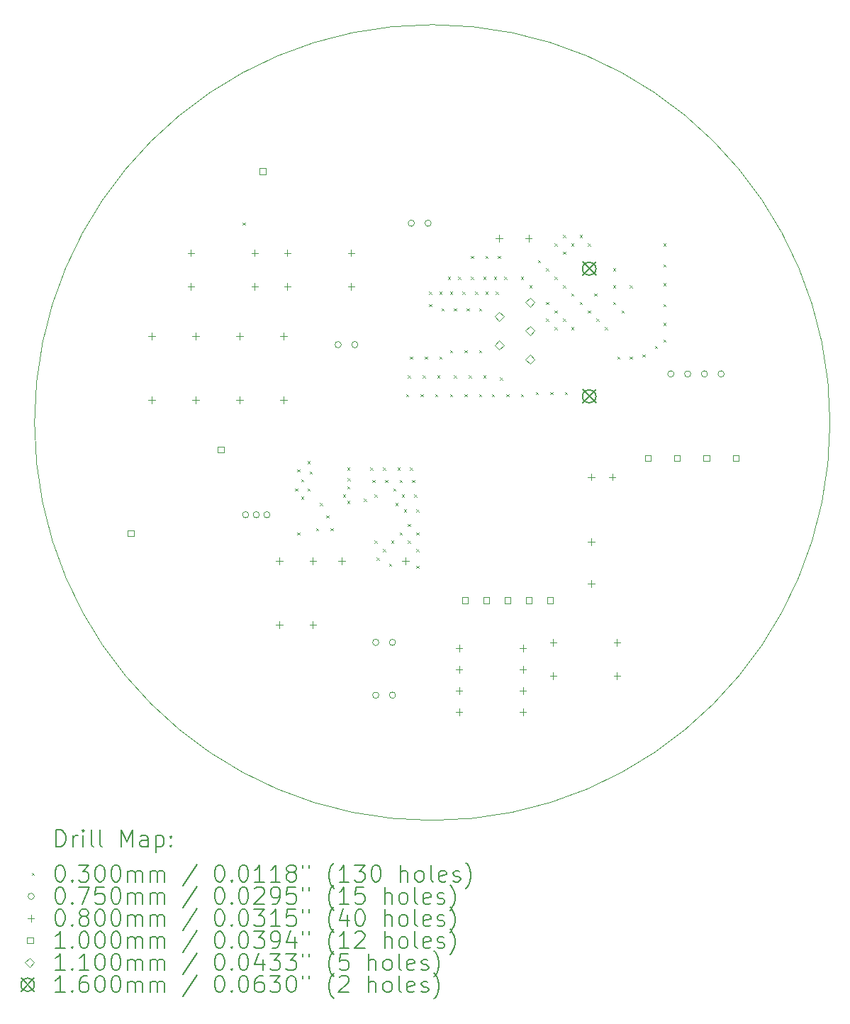
<source format=gbr>
%TF.GenerationSoftware,KiCad,Pcbnew,8.0.5*%
%TF.CreationDate,2025-05-01T20:41:22-04:00*%
%TF.ProjectId,CanSat_Power_Management_Board,43616e53-6174-45f5-906f-7765725f4d61,rev?*%
%TF.SameCoordinates,Original*%
%TF.FileFunction,Drillmap*%
%TF.FilePolarity,Positive*%
%FSLAX45Y45*%
G04 Gerber Fmt 4.5, Leading zero omitted, Abs format (unit mm)*
G04 Created by KiCad (PCBNEW 8.0.5) date 2025-05-01 20:41:22*
%MOMM*%
%LPD*%
G01*
G04 APERTURE LIST*
%ADD10C,0.050000*%
%ADD11C,0.200000*%
%ADD12C,0.100000*%
%ADD13C,0.110000*%
%ADD14C,0.160000*%
G04 APERTURE END LIST*
D10*
X19750000Y-10000000D02*
G75*
G02*
X10250000Y-10000000I-4750000J0D01*
G01*
X10250000Y-10000000D02*
G75*
G02*
X19750000Y-10000000I4750000J0D01*
G01*
D11*
D12*
X12735000Y-7610000D02*
X12765000Y-7640000D01*
X12765000Y-7610000D02*
X12735000Y-7640000D01*
X13360000Y-10785000D02*
X13390000Y-10815000D01*
X13390000Y-10785000D02*
X13360000Y-10815000D01*
X13385000Y-10560000D02*
X13415000Y-10590000D01*
X13415000Y-10560000D02*
X13385000Y-10590000D01*
X13385000Y-11310000D02*
X13415000Y-11340000D01*
X13415000Y-11310000D02*
X13385000Y-11340000D01*
X13435000Y-10675603D02*
X13465000Y-10705603D01*
X13465000Y-10675603D02*
X13435000Y-10705603D01*
X13435000Y-10885000D02*
X13465000Y-10915000D01*
X13465000Y-10885000D02*
X13435000Y-10915000D01*
X13510000Y-10460000D02*
X13540000Y-10490000D01*
X13540000Y-10460000D02*
X13510000Y-10490000D01*
X13510000Y-10785000D02*
X13540000Y-10815000D01*
X13540000Y-10785000D02*
X13510000Y-10815000D01*
X13535000Y-10585000D02*
X13565000Y-10615000D01*
X13565000Y-10585000D02*
X13535000Y-10615000D01*
X13610000Y-11260000D02*
X13640000Y-11290000D01*
X13640000Y-11260000D02*
X13610000Y-11290000D01*
X13660000Y-10960000D02*
X13690000Y-10990000D01*
X13690000Y-10960000D02*
X13660000Y-10990000D01*
X13735000Y-11110000D02*
X13765000Y-11140000D01*
X13765000Y-11110000D02*
X13735000Y-11140000D01*
X13785000Y-11260000D02*
X13815000Y-11290000D01*
X13815000Y-11260000D02*
X13785000Y-11290000D01*
X13935000Y-10860000D02*
X13965000Y-10890000D01*
X13965000Y-10860000D02*
X13935000Y-10890000D01*
X13985000Y-10535000D02*
X14015000Y-10565000D01*
X14015000Y-10535000D02*
X13985000Y-10565000D01*
X13985000Y-10760000D02*
X14015000Y-10790000D01*
X14015000Y-10760000D02*
X13985000Y-10790000D01*
X13985000Y-10935000D02*
X14015000Y-10965000D01*
X14015000Y-10935000D02*
X13985000Y-10965000D01*
X13987500Y-10663750D02*
X14017500Y-10693750D01*
X14017500Y-10663750D02*
X13987500Y-10693750D01*
X14185000Y-10910000D02*
X14215000Y-10940000D01*
X14215000Y-10910000D02*
X14185000Y-10940000D01*
X14260000Y-10535000D02*
X14290000Y-10565000D01*
X14290000Y-10535000D02*
X14260000Y-10565000D01*
X14285000Y-10685000D02*
X14315000Y-10715000D01*
X14315000Y-10685000D02*
X14285000Y-10715000D01*
X14310000Y-10860000D02*
X14340000Y-10890000D01*
X14340000Y-10860000D02*
X14310000Y-10890000D01*
X14310000Y-11410000D02*
X14340000Y-11440000D01*
X14340000Y-11410000D02*
X14310000Y-11440000D01*
X14335000Y-11610000D02*
X14365000Y-11640000D01*
X14365000Y-11610000D02*
X14335000Y-11640000D01*
X14410000Y-10535000D02*
X14440000Y-10565000D01*
X14440000Y-10535000D02*
X14410000Y-10565000D01*
X14410000Y-11510000D02*
X14440000Y-11540000D01*
X14440000Y-11510000D02*
X14410000Y-11540000D01*
X14435000Y-10685000D02*
X14465000Y-10715000D01*
X14465000Y-10685000D02*
X14435000Y-10715000D01*
X14485000Y-11685000D02*
X14515000Y-11715000D01*
X14515000Y-11685000D02*
X14485000Y-11715000D01*
X14510000Y-11410000D02*
X14540000Y-11440000D01*
X14540000Y-11410000D02*
X14510000Y-11440000D01*
X14535000Y-10785000D02*
X14565000Y-10815000D01*
X14565000Y-10785000D02*
X14535000Y-10815000D01*
X14560000Y-10960000D02*
X14590000Y-10990000D01*
X14590000Y-10960000D02*
X14560000Y-10990000D01*
X14585000Y-10535000D02*
X14615000Y-10565000D01*
X14615000Y-10535000D02*
X14585000Y-10565000D01*
X14610000Y-10685000D02*
X14640000Y-10715000D01*
X14640000Y-10685000D02*
X14610000Y-10715000D01*
X14610000Y-11310000D02*
X14640000Y-11340000D01*
X14640000Y-11310000D02*
X14610000Y-11340000D01*
X14635000Y-10860000D02*
X14665000Y-10890000D01*
X14665000Y-10860000D02*
X14635000Y-10890000D01*
X14660000Y-11035000D02*
X14690000Y-11065000D01*
X14690000Y-11035000D02*
X14660000Y-11065000D01*
X14685000Y-9660000D02*
X14715000Y-9690000D01*
X14715000Y-9660000D02*
X14685000Y-9690000D01*
X14710000Y-9435000D02*
X14740000Y-9465000D01*
X14740000Y-9435000D02*
X14710000Y-9465000D01*
X14710000Y-11210000D02*
X14740000Y-11240000D01*
X14740000Y-11210000D02*
X14710000Y-11240000D01*
X14710000Y-11410000D02*
X14740000Y-11440000D01*
X14740000Y-11410000D02*
X14710000Y-11440000D01*
X14735000Y-9210000D02*
X14765000Y-9240000D01*
X14765000Y-9210000D02*
X14735000Y-9240000D01*
X14735000Y-10535000D02*
X14765000Y-10565000D01*
X14765000Y-10535000D02*
X14735000Y-10565000D01*
X14760000Y-10685000D02*
X14790000Y-10715000D01*
X14790000Y-10685000D02*
X14760000Y-10715000D01*
X14785000Y-10860000D02*
X14815000Y-10890000D01*
X14815000Y-10860000D02*
X14785000Y-10890000D01*
X14810000Y-11035000D02*
X14840000Y-11065000D01*
X14840000Y-11035000D02*
X14810000Y-11065000D01*
X14810000Y-11310000D02*
X14840000Y-11340000D01*
X14840000Y-11310000D02*
X14810000Y-11340000D01*
X14810000Y-11510000D02*
X14840000Y-11540000D01*
X14840000Y-11510000D02*
X14810000Y-11540000D01*
X14810000Y-11710000D02*
X14840000Y-11740000D01*
X14840000Y-11710000D02*
X14810000Y-11740000D01*
X14860000Y-9660000D02*
X14890000Y-9690000D01*
X14890000Y-9660000D02*
X14860000Y-9690000D01*
X14885000Y-9435000D02*
X14915000Y-9465000D01*
X14915000Y-9435000D02*
X14885000Y-9465000D01*
X14910000Y-9210000D02*
X14940000Y-9240000D01*
X14940000Y-9210000D02*
X14910000Y-9240000D01*
X14960000Y-8435000D02*
X14990000Y-8465000D01*
X14990000Y-8435000D02*
X14960000Y-8465000D01*
X14960000Y-8585000D02*
X14990000Y-8615000D01*
X14990000Y-8585000D02*
X14960000Y-8615000D01*
X15035000Y-9660000D02*
X15065000Y-9690000D01*
X15065000Y-9660000D02*
X15035000Y-9690000D01*
X15060000Y-9435000D02*
X15090000Y-9465000D01*
X15090000Y-9435000D02*
X15060000Y-9465000D01*
X15085000Y-8435000D02*
X15115000Y-8465000D01*
X15115000Y-8435000D02*
X15085000Y-8465000D01*
X15085000Y-9210000D02*
X15115000Y-9240000D01*
X15115000Y-9210000D02*
X15085000Y-9240000D01*
X15110000Y-8635000D02*
X15140000Y-8665000D01*
X15140000Y-8635000D02*
X15110000Y-8665000D01*
X15185000Y-8260000D02*
X15215000Y-8290000D01*
X15215000Y-8260000D02*
X15185000Y-8290000D01*
X15210000Y-8435000D02*
X15240000Y-8465000D01*
X15240000Y-8435000D02*
X15210000Y-8465000D01*
X15210000Y-9135000D02*
X15240000Y-9165000D01*
X15240000Y-9135000D02*
X15210000Y-9165000D01*
X15210000Y-9660000D02*
X15240000Y-9690000D01*
X15240000Y-9660000D02*
X15210000Y-9690000D01*
X15260000Y-8635000D02*
X15290000Y-8665000D01*
X15290000Y-8635000D02*
X15260000Y-8665000D01*
X15260000Y-9435000D02*
X15290000Y-9465000D01*
X15290000Y-9435000D02*
X15260000Y-9465000D01*
X15310000Y-8260000D02*
X15340000Y-8290000D01*
X15340000Y-8260000D02*
X15310000Y-8290000D01*
X15360000Y-8435000D02*
X15390000Y-8465000D01*
X15390000Y-8435000D02*
X15360000Y-8465000D01*
X15385000Y-9135000D02*
X15415000Y-9165000D01*
X15415000Y-9135000D02*
X15385000Y-9165000D01*
X15385000Y-9660000D02*
X15415000Y-9690000D01*
X15415000Y-9660000D02*
X15385000Y-9690000D01*
X15410000Y-8635000D02*
X15440000Y-8665000D01*
X15440000Y-8635000D02*
X15410000Y-8665000D01*
X15435000Y-9435000D02*
X15465000Y-9465000D01*
X15465000Y-9435000D02*
X15435000Y-9465000D01*
X15460000Y-8010000D02*
X15490000Y-8040000D01*
X15490000Y-8010000D02*
X15460000Y-8040000D01*
X15460000Y-8260000D02*
X15490000Y-8290000D01*
X15490000Y-8260000D02*
X15460000Y-8290000D01*
X15510000Y-8435000D02*
X15540000Y-8465000D01*
X15540000Y-8435000D02*
X15510000Y-8465000D01*
X15560000Y-8635000D02*
X15590000Y-8665000D01*
X15590000Y-8635000D02*
X15560000Y-8665000D01*
X15560000Y-9135000D02*
X15590000Y-9165000D01*
X15590000Y-9135000D02*
X15560000Y-9165000D01*
X15560000Y-9660000D02*
X15590000Y-9690000D01*
X15590000Y-9660000D02*
X15560000Y-9690000D01*
X15610000Y-8260000D02*
X15640000Y-8290000D01*
X15640000Y-8260000D02*
X15610000Y-8290000D01*
X15610000Y-9435000D02*
X15640000Y-9465000D01*
X15640000Y-9435000D02*
X15610000Y-9465000D01*
X15635000Y-8010000D02*
X15665000Y-8040000D01*
X15665000Y-8010000D02*
X15635000Y-8040000D01*
X15635000Y-8435000D02*
X15665000Y-8465000D01*
X15665000Y-8435000D02*
X15635000Y-8465000D01*
X15710000Y-9660000D02*
X15740000Y-9690000D01*
X15740000Y-9660000D02*
X15710000Y-9690000D01*
X15735000Y-8260000D02*
X15765000Y-8290000D01*
X15765000Y-8260000D02*
X15735000Y-8290000D01*
X15760000Y-8435000D02*
X15790000Y-8465000D01*
X15790000Y-8435000D02*
X15760000Y-8465000D01*
X15785000Y-8010000D02*
X15815000Y-8040000D01*
X15815000Y-8010000D02*
X15785000Y-8040000D01*
X15810000Y-9460000D02*
X15840000Y-9490000D01*
X15840000Y-9460000D02*
X15810000Y-9490000D01*
X15860000Y-8260000D02*
X15890000Y-8290000D01*
X15890000Y-8260000D02*
X15860000Y-8290000D01*
X15885000Y-9660000D02*
X15915000Y-9690000D01*
X15915000Y-9660000D02*
X15885000Y-9690000D01*
X16060000Y-8260000D02*
X16090000Y-8290000D01*
X16090000Y-8260000D02*
X16060000Y-8290000D01*
X16060000Y-9660000D02*
X16090000Y-9690000D01*
X16090000Y-9660000D02*
X16060000Y-9690000D01*
X16160000Y-8360000D02*
X16190000Y-8390000D01*
X16190000Y-8360000D02*
X16160000Y-8390000D01*
X16235000Y-9635000D02*
X16265000Y-9665000D01*
X16265000Y-9635000D02*
X16235000Y-9665000D01*
X16260000Y-8060000D02*
X16290000Y-8090000D01*
X16290000Y-8060000D02*
X16260000Y-8090000D01*
X16360000Y-8160000D02*
X16390000Y-8190000D01*
X16390000Y-8160000D02*
X16360000Y-8190000D01*
X16360000Y-8560000D02*
X16390000Y-8590000D01*
X16390000Y-8560000D02*
X16360000Y-8590000D01*
X16360000Y-8760000D02*
X16390000Y-8790000D01*
X16390000Y-8760000D02*
X16360000Y-8790000D01*
X16410000Y-9635000D02*
X16440000Y-9665000D01*
X16440000Y-9635000D02*
X16410000Y-9665000D01*
X16460000Y-7860000D02*
X16490000Y-7890000D01*
X16490000Y-7860000D02*
X16460000Y-7890000D01*
X16460000Y-8260000D02*
X16490000Y-8290000D01*
X16490000Y-8260000D02*
X16460000Y-8290000D01*
X16460000Y-8660000D02*
X16490000Y-8690000D01*
X16490000Y-8660000D02*
X16460000Y-8690000D01*
X16460000Y-8860000D02*
X16490000Y-8890000D01*
X16490000Y-8860000D02*
X16460000Y-8890000D01*
X16560000Y-7760000D02*
X16590000Y-7790000D01*
X16590000Y-7760000D02*
X16560000Y-7790000D01*
X16560000Y-7960000D02*
X16590000Y-7990000D01*
X16590000Y-7960000D02*
X16560000Y-7990000D01*
X16560000Y-8360000D02*
X16590000Y-8390000D01*
X16590000Y-8360000D02*
X16560000Y-8390000D01*
X16560000Y-8760000D02*
X16590000Y-8790000D01*
X16590000Y-8760000D02*
X16560000Y-8790000D01*
X16585000Y-9635000D02*
X16615000Y-9665000D01*
X16615000Y-9635000D02*
X16585000Y-9665000D01*
X16660000Y-7860000D02*
X16690000Y-7890000D01*
X16690000Y-7860000D02*
X16660000Y-7890000D01*
X16660000Y-8460000D02*
X16690000Y-8490000D01*
X16690000Y-8460000D02*
X16660000Y-8490000D01*
X16660000Y-8860000D02*
X16690000Y-8890000D01*
X16690000Y-8860000D02*
X16660000Y-8890000D01*
X16760000Y-7760000D02*
X16790000Y-7790000D01*
X16790000Y-7760000D02*
X16760000Y-7790000D01*
X16760000Y-8560000D02*
X16790000Y-8590000D01*
X16790000Y-8560000D02*
X16760000Y-8590000D01*
X16860000Y-7860000D02*
X16890000Y-7890000D01*
X16890000Y-7860000D02*
X16860000Y-7890000D01*
X16860000Y-8660000D02*
X16890000Y-8690000D01*
X16890000Y-8660000D02*
X16860000Y-8690000D01*
X16935000Y-8460000D02*
X16965000Y-8490000D01*
X16965000Y-8460000D02*
X16935000Y-8490000D01*
X16960000Y-8760000D02*
X16990000Y-8790000D01*
X16990000Y-8760000D02*
X16960000Y-8790000D01*
X17060000Y-8860000D02*
X17090000Y-8890000D01*
X17090000Y-8860000D02*
X17060000Y-8890000D01*
X17160000Y-8160000D02*
X17190000Y-8190000D01*
X17190000Y-8160000D02*
X17160000Y-8190000D01*
X17160000Y-8360000D02*
X17190000Y-8390000D01*
X17190000Y-8360000D02*
X17160000Y-8390000D01*
X17160000Y-8560000D02*
X17190000Y-8590000D01*
X17190000Y-8560000D02*
X17160000Y-8590000D01*
X17210000Y-9210000D02*
X17240000Y-9240000D01*
X17240000Y-9210000D02*
X17210000Y-9240000D01*
X17260000Y-8660000D02*
X17290000Y-8690000D01*
X17290000Y-8660000D02*
X17260000Y-8690000D01*
X17360000Y-8360000D02*
X17390000Y-8390000D01*
X17390000Y-8360000D02*
X17360000Y-8390000D01*
X17360000Y-9210000D02*
X17390000Y-9240000D01*
X17390000Y-9210000D02*
X17360000Y-9240000D01*
X17510000Y-9185000D02*
X17540000Y-9215000D01*
X17540000Y-9185000D02*
X17510000Y-9215000D01*
X17660000Y-9085000D02*
X17690000Y-9115000D01*
X17690000Y-9085000D02*
X17660000Y-9115000D01*
X17760000Y-7860000D02*
X17790000Y-7890000D01*
X17790000Y-7860000D02*
X17760000Y-7890000D01*
X17760000Y-8110000D02*
X17790000Y-8140000D01*
X17790000Y-8110000D02*
X17760000Y-8140000D01*
X17760000Y-8335000D02*
X17790000Y-8365000D01*
X17790000Y-8335000D02*
X17760000Y-8365000D01*
X17760000Y-8585000D02*
X17790000Y-8615000D01*
X17790000Y-8585000D02*
X17760000Y-8615000D01*
X17760000Y-8810000D02*
X17790000Y-8840000D01*
X17790000Y-8810000D02*
X17760000Y-8840000D01*
X17760000Y-9010000D02*
X17790000Y-9040000D01*
X17790000Y-9010000D02*
X17760000Y-9040000D01*
X12808500Y-11100000D02*
G75*
G02*
X12733500Y-11100000I-37500J0D01*
G01*
X12733500Y-11100000D02*
G75*
G02*
X12808500Y-11100000I37500J0D01*
G01*
X12935500Y-11100000D02*
G75*
G02*
X12860500Y-11100000I-37500J0D01*
G01*
X12860500Y-11100000D02*
G75*
G02*
X12935500Y-11100000I37500J0D01*
G01*
X13062500Y-11100000D02*
G75*
G02*
X12987500Y-11100000I-37500J0D01*
G01*
X12987500Y-11100000D02*
G75*
G02*
X13062500Y-11100000I37500J0D01*
G01*
X13912500Y-9070000D02*
G75*
G02*
X13837500Y-9070000I-37500J0D01*
G01*
X13837500Y-9070000D02*
G75*
G02*
X13912500Y-9070000I37500J0D01*
G01*
X14112500Y-9070000D02*
G75*
G02*
X14037500Y-9070000I-37500J0D01*
G01*
X14037500Y-9070000D02*
G75*
G02*
X14112500Y-9070000I37500J0D01*
G01*
X14362500Y-12625000D02*
G75*
G02*
X14287500Y-12625000I-37500J0D01*
G01*
X14287500Y-12625000D02*
G75*
G02*
X14362500Y-12625000I37500J0D01*
G01*
X14362500Y-13255000D02*
G75*
G02*
X14287500Y-13255000I-37500J0D01*
G01*
X14287500Y-13255000D02*
G75*
G02*
X14362500Y-13255000I37500J0D01*
G01*
X14562500Y-12625000D02*
G75*
G02*
X14487500Y-12625000I-37500J0D01*
G01*
X14487500Y-12625000D02*
G75*
G02*
X14562500Y-12625000I37500J0D01*
G01*
X14562500Y-13255000D02*
G75*
G02*
X14487500Y-13255000I-37500J0D01*
G01*
X14487500Y-13255000D02*
G75*
G02*
X14562500Y-13255000I37500J0D01*
G01*
X14787500Y-7620000D02*
G75*
G02*
X14712500Y-7620000I-37500J0D01*
G01*
X14712500Y-7620000D02*
G75*
G02*
X14787500Y-7620000I37500J0D01*
G01*
X14987500Y-7620000D02*
G75*
G02*
X14912500Y-7620000I-37500J0D01*
G01*
X14912500Y-7620000D02*
G75*
G02*
X14987500Y-7620000I37500J0D01*
G01*
X17887500Y-9420000D02*
G75*
G02*
X17812500Y-9420000I-37500J0D01*
G01*
X17812500Y-9420000D02*
G75*
G02*
X17887500Y-9420000I37500J0D01*
G01*
X18087500Y-9420000D02*
G75*
G02*
X18012500Y-9420000I-37500J0D01*
G01*
X18012500Y-9420000D02*
G75*
G02*
X18087500Y-9420000I37500J0D01*
G01*
X18287500Y-9420000D02*
G75*
G02*
X18212500Y-9420000I-37500J0D01*
G01*
X18212500Y-9420000D02*
G75*
G02*
X18287500Y-9420000I37500J0D01*
G01*
X18487500Y-9420000D02*
G75*
G02*
X18412500Y-9420000I-37500J0D01*
G01*
X18412500Y-9420000D02*
G75*
G02*
X18487500Y-9420000I37500J0D01*
G01*
X11650000Y-8929000D02*
X11650000Y-9009000D01*
X11610000Y-8969000D02*
X11690000Y-8969000D01*
X11650000Y-9691000D02*
X11650000Y-9771000D01*
X11610000Y-9731000D02*
X11690000Y-9731000D01*
X12119000Y-7935000D02*
X12119000Y-8015000D01*
X12079000Y-7975000D02*
X12159000Y-7975000D01*
X12119000Y-8335000D02*
X12119000Y-8415000D01*
X12079000Y-8375000D02*
X12159000Y-8375000D01*
X12175000Y-8929000D02*
X12175000Y-9009000D01*
X12135000Y-8969000D02*
X12215000Y-8969000D01*
X12175000Y-9691000D02*
X12175000Y-9771000D01*
X12135000Y-9731000D02*
X12215000Y-9731000D01*
X12700000Y-8929000D02*
X12700000Y-9009000D01*
X12660000Y-8969000D02*
X12740000Y-8969000D01*
X12700000Y-9691000D02*
X12700000Y-9771000D01*
X12660000Y-9731000D02*
X12740000Y-9731000D01*
X12881000Y-7935000D02*
X12881000Y-8015000D01*
X12841000Y-7975000D02*
X12921000Y-7975000D01*
X12881000Y-8335000D02*
X12881000Y-8415000D01*
X12841000Y-8375000D02*
X12921000Y-8375000D01*
X13175000Y-11613750D02*
X13175000Y-11693750D01*
X13135000Y-11653750D02*
X13215000Y-11653750D01*
X13175000Y-12375750D02*
X13175000Y-12455750D01*
X13135000Y-12415750D02*
X13215000Y-12415750D01*
X13225000Y-8929000D02*
X13225000Y-9009000D01*
X13185000Y-8969000D02*
X13265000Y-8969000D01*
X13225000Y-9691000D02*
X13225000Y-9771000D01*
X13185000Y-9731000D02*
X13265000Y-9731000D01*
X13269000Y-7935000D02*
X13269000Y-8015000D01*
X13229000Y-7975000D02*
X13309000Y-7975000D01*
X13269000Y-8335000D02*
X13269000Y-8415000D01*
X13229000Y-8375000D02*
X13309000Y-8375000D01*
X13575000Y-11613750D02*
X13575000Y-11693750D01*
X13535000Y-11653750D02*
X13615000Y-11653750D01*
X13575000Y-12375750D02*
X13575000Y-12455750D01*
X13535000Y-12415750D02*
X13615000Y-12415750D01*
X13919000Y-11613750D02*
X13919000Y-11693750D01*
X13879000Y-11653750D02*
X13959000Y-11653750D01*
X14031000Y-7935000D02*
X14031000Y-8015000D01*
X13991000Y-7975000D02*
X14071000Y-7975000D01*
X14031000Y-8335000D02*
X14031000Y-8415000D01*
X13991000Y-8375000D02*
X14071000Y-8375000D01*
X14681000Y-11613750D02*
X14681000Y-11693750D01*
X14641000Y-11653750D02*
X14721000Y-11653750D01*
X15320000Y-12655000D02*
X15320000Y-12735000D01*
X15280000Y-12695000D02*
X15360000Y-12695000D01*
X15320000Y-12909000D02*
X15320000Y-12989000D01*
X15280000Y-12949000D02*
X15360000Y-12949000D01*
X15320000Y-13163000D02*
X15320000Y-13243000D01*
X15280000Y-13203000D02*
X15360000Y-13203000D01*
X15320000Y-13417000D02*
X15320000Y-13497000D01*
X15280000Y-13457000D02*
X15360000Y-13457000D01*
X15800000Y-7760000D02*
X15800000Y-7840000D01*
X15760000Y-7800000D02*
X15840000Y-7800000D01*
X16082000Y-12655000D02*
X16082000Y-12735000D01*
X16042000Y-12695000D02*
X16122000Y-12695000D01*
X16082000Y-12909000D02*
X16082000Y-12989000D01*
X16042000Y-12949000D02*
X16122000Y-12949000D01*
X16082000Y-13163000D02*
X16082000Y-13243000D01*
X16042000Y-13203000D02*
X16122000Y-13203000D01*
X16082000Y-13417000D02*
X16082000Y-13497000D01*
X16042000Y-13457000D02*
X16122000Y-13457000D01*
X16150000Y-7760000D02*
X16150000Y-7840000D01*
X16110000Y-7800000D02*
X16190000Y-7800000D01*
X16444000Y-12585000D02*
X16444000Y-12665000D01*
X16404000Y-12625000D02*
X16484000Y-12625000D01*
X16444000Y-12985000D02*
X16444000Y-13065000D01*
X16404000Y-13025000D02*
X16484000Y-13025000D01*
X16900000Y-10610000D02*
X16900000Y-10690000D01*
X16860000Y-10650000D02*
X16940000Y-10650000D01*
X16900000Y-11385000D02*
X16900000Y-11465000D01*
X16860000Y-11425000D02*
X16940000Y-11425000D01*
X16900000Y-11885000D02*
X16900000Y-11965000D01*
X16860000Y-11925000D02*
X16940000Y-11925000D01*
X17150000Y-10610000D02*
X17150000Y-10690000D01*
X17110000Y-10650000D02*
X17190000Y-10650000D01*
X17206000Y-12585000D02*
X17206000Y-12665000D01*
X17166000Y-12625000D02*
X17246000Y-12625000D01*
X17206000Y-12985000D02*
X17206000Y-13065000D01*
X17166000Y-13025000D02*
X17246000Y-13025000D01*
X11435356Y-11360356D02*
X11435356Y-11289644D01*
X11364644Y-11289644D01*
X11364644Y-11360356D01*
X11435356Y-11360356D01*
X12510356Y-10360356D02*
X12510356Y-10289644D01*
X12439644Y-10289644D01*
X12439644Y-10360356D01*
X12510356Y-10360356D01*
X13010356Y-7035356D02*
X13010356Y-6964644D01*
X12939644Y-6964644D01*
X12939644Y-7035356D01*
X13010356Y-7035356D01*
X15427356Y-12158356D02*
X15427356Y-12087644D01*
X15356644Y-12087644D01*
X15356644Y-12158356D01*
X15427356Y-12158356D01*
X15681356Y-12158356D02*
X15681356Y-12087644D01*
X15610644Y-12087644D01*
X15610644Y-12158356D01*
X15681356Y-12158356D01*
X15935356Y-12158356D02*
X15935356Y-12087644D01*
X15864644Y-12087644D01*
X15864644Y-12158356D01*
X15935356Y-12158356D01*
X16189356Y-12158356D02*
X16189356Y-12087644D01*
X16118644Y-12087644D01*
X16118644Y-12158356D01*
X16189356Y-12158356D01*
X16443356Y-12158356D02*
X16443356Y-12087644D01*
X16372644Y-12087644D01*
X16372644Y-12158356D01*
X16443356Y-12158356D01*
X17610356Y-10460356D02*
X17610356Y-10389644D01*
X17539644Y-10389644D01*
X17539644Y-10460356D01*
X17610356Y-10460356D01*
X17960356Y-10460356D02*
X17960356Y-10389644D01*
X17889644Y-10389644D01*
X17889644Y-10460356D01*
X17960356Y-10460356D01*
X18310356Y-10460356D02*
X18310356Y-10389644D01*
X18239644Y-10389644D01*
X18239644Y-10460356D01*
X18310356Y-10460356D01*
X18660356Y-10460356D02*
X18660356Y-10389644D01*
X18589644Y-10389644D01*
X18589644Y-10460356D01*
X18660356Y-10460356D01*
D13*
X15800000Y-8790000D02*
X15855000Y-8735000D01*
X15800000Y-8680000D01*
X15745000Y-8735000D01*
X15800000Y-8790000D01*
X15800000Y-9130000D02*
X15855000Y-9075000D01*
X15800000Y-9020000D01*
X15745000Y-9075000D01*
X15800000Y-9130000D01*
X16170000Y-8620000D02*
X16225000Y-8565000D01*
X16170000Y-8510000D01*
X16115000Y-8565000D01*
X16170000Y-8620000D01*
X16170000Y-8960000D02*
X16225000Y-8905000D01*
X16170000Y-8850000D01*
X16115000Y-8905000D01*
X16170000Y-8960000D01*
X16170000Y-9300000D02*
X16225000Y-9245000D01*
X16170000Y-9190000D01*
X16115000Y-9245000D01*
X16170000Y-9300000D01*
D14*
X16795000Y-8083000D02*
X16955000Y-8243000D01*
X16955000Y-8083000D02*
X16795000Y-8243000D01*
X16955000Y-8163000D02*
G75*
G02*
X16795000Y-8163000I-80000J0D01*
G01*
X16795000Y-8163000D02*
G75*
G02*
X16955000Y-8163000I80000J0D01*
G01*
X16795000Y-9607000D02*
X16955000Y-9767000D01*
X16955000Y-9607000D02*
X16795000Y-9767000D01*
X16955000Y-9687000D02*
G75*
G02*
X16795000Y-9687000I-80000J0D01*
G01*
X16795000Y-9687000D02*
G75*
G02*
X16955000Y-9687000I80000J0D01*
G01*
D11*
X10508277Y-15063984D02*
X10508277Y-14863984D01*
X10508277Y-14863984D02*
X10555896Y-14863984D01*
X10555896Y-14863984D02*
X10584467Y-14873508D01*
X10584467Y-14873508D02*
X10603515Y-14892555D01*
X10603515Y-14892555D02*
X10613039Y-14911603D01*
X10613039Y-14911603D02*
X10622563Y-14949698D01*
X10622563Y-14949698D02*
X10622563Y-14978269D01*
X10622563Y-14978269D02*
X10613039Y-15016365D01*
X10613039Y-15016365D02*
X10603515Y-15035412D01*
X10603515Y-15035412D02*
X10584467Y-15054460D01*
X10584467Y-15054460D02*
X10555896Y-15063984D01*
X10555896Y-15063984D02*
X10508277Y-15063984D01*
X10708277Y-15063984D02*
X10708277Y-14930650D01*
X10708277Y-14968746D02*
X10717801Y-14949698D01*
X10717801Y-14949698D02*
X10727324Y-14940174D01*
X10727324Y-14940174D02*
X10746372Y-14930650D01*
X10746372Y-14930650D02*
X10765420Y-14930650D01*
X10832086Y-15063984D02*
X10832086Y-14930650D01*
X10832086Y-14863984D02*
X10822563Y-14873508D01*
X10822563Y-14873508D02*
X10832086Y-14883031D01*
X10832086Y-14883031D02*
X10841610Y-14873508D01*
X10841610Y-14873508D02*
X10832086Y-14863984D01*
X10832086Y-14863984D02*
X10832086Y-14883031D01*
X10955896Y-15063984D02*
X10936848Y-15054460D01*
X10936848Y-15054460D02*
X10927324Y-15035412D01*
X10927324Y-15035412D02*
X10927324Y-14863984D01*
X11060658Y-15063984D02*
X11041610Y-15054460D01*
X11041610Y-15054460D02*
X11032086Y-15035412D01*
X11032086Y-15035412D02*
X11032086Y-14863984D01*
X11289229Y-15063984D02*
X11289229Y-14863984D01*
X11289229Y-14863984D02*
X11355896Y-15006841D01*
X11355896Y-15006841D02*
X11422562Y-14863984D01*
X11422562Y-14863984D02*
X11422562Y-15063984D01*
X11603515Y-15063984D02*
X11603515Y-14959222D01*
X11603515Y-14959222D02*
X11593991Y-14940174D01*
X11593991Y-14940174D02*
X11574943Y-14930650D01*
X11574943Y-14930650D02*
X11536848Y-14930650D01*
X11536848Y-14930650D02*
X11517801Y-14940174D01*
X11603515Y-15054460D02*
X11584467Y-15063984D01*
X11584467Y-15063984D02*
X11536848Y-15063984D01*
X11536848Y-15063984D02*
X11517801Y-15054460D01*
X11517801Y-15054460D02*
X11508277Y-15035412D01*
X11508277Y-15035412D02*
X11508277Y-15016365D01*
X11508277Y-15016365D02*
X11517801Y-14997317D01*
X11517801Y-14997317D02*
X11536848Y-14987793D01*
X11536848Y-14987793D02*
X11584467Y-14987793D01*
X11584467Y-14987793D02*
X11603515Y-14978269D01*
X11698753Y-14930650D02*
X11698753Y-15130650D01*
X11698753Y-14940174D02*
X11717801Y-14930650D01*
X11717801Y-14930650D02*
X11755896Y-14930650D01*
X11755896Y-14930650D02*
X11774943Y-14940174D01*
X11774943Y-14940174D02*
X11784467Y-14949698D01*
X11784467Y-14949698D02*
X11793991Y-14968746D01*
X11793991Y-14968746D02*
X11793991Y-15025888D01*
X11793991Y-15025888D02*
X11784467Y-15044936D01*
X11784467Y-15044936D02*
X11774943Y-15054460D01*
X11774943Y-15054460D02*
X11755896Y-15063984D01*
X11755896Y-15063984D02*
X11717801Y-15063984D01*
X11717801Y-15063984D02*
X11698753Y-15054460D01*
X11879705Y-15044936D02*
X11889229Y-15054460D01*
X11889229Y-15054460D02*
X11879705Y-15063984D01*
X11879705Y-15063984D02*
X11870182Y-15054460D01*
X11870182Y-15054460D02*
X11879705Y-15044936D01*
X11879705Y-15044936D02*
X11879705Y-15063984D01*
X11879705Y-14940174D02*
X11889229Y-14949698D01*
X11889229Y-14949698D02*
X11879705Y-14959222D01*
X11879705Y-14959222D02*
X11870182Y-14949698D01*
X11870182Y-14949698D02*
X11879705Y-14940174D01*
X11879705Y-14940174D02*
X11879705Y-14959222D01*
D12*
X10217500Y-15377500D02*
X10247500Y-15407500D01*
X10247500Y-15377500D02*
X10217500Y-15407500D01*
D11*
X10546372Y-15283984D02*
X10565420Y-15283984D01*
X10565420Y-15283984D02*
X10584467Y-15293508D01*
X10584467Y-15293508D02*
X10593991Y-15303031D01*
X10593991Y-15303031D02*
X10603515Y-15322079D01*
X10603515Y-15322079D02*
X10613039Y-15360174D01*
X10613039Y-15360174D02*
X10613039Y-15407793D01*
X10613039Y-15407793D02*
X10603515Y-15445888D01*
X10603515Y-15445888D02*
X10593991Y-15464936D01*
X10593991Y-15464936D02*
X10584467Y-15474460D01*
X10584467Y-15474460D02*
X10565420Y-15483984D01*
X10565420Y-15483984D02*
X10546372Y-15483984D01*
X10546372Y-15483984D02*
X10527324Y-15474460D01*
X10527324Y-15474460D02*
X10517801Y-15464936D01*
X10517801Y-15464936D02*
X10508277Y-15445888D01*
X10508277Y-15445888D02*
X10498753Y-15407793D01*
X10498753Y-15407793D02*
X10498753Y-15360174D01*
X10498753Y-15360174D02*
X10508277Y-15322079D01*
X10508277Y-15322079D02*
X10517801Y-15303031D01*
X10517801Y-15303031D02*
X10527324Y-15293508D01*
X10527324Y-15293508D02*
X10546372Y-15283984D01*
X10698753Y-15464936D02*
X10708277Y-15474460D01*
X10708277Y-15474460D02*
X10698753Y-15483984D01*
X10698753Y-15483984D02*
X10689229Y-15474460D01*
X10689229Y-15474460D02*
X10698753Y-15464936D01*
X10698753Y-15464936D02*
X10698753Y-15483984D01*
X10774944Y-15283984D02*
X10898753Y-15283984D01*
X10898753Y-15283984D02*
X10832086Y-15360174D01*
X10832086Y-15360174D02*
X10860658Y-15360174D01*
X10860658Y-15360174D02*
X10879705Y-15369698D01*
X10879705Y-15369698D02*
X10889229Y-15379222D01*
X10889229Y-15379222D02*
X10898753Y-15398269D01*
X10898753Y-15398269D02*
X10898753Y-15445888D01*
X10898753Y-15445888D02*
X10889229Y-15464936D01*
X10889229Y-15464936D02*
X10879705Y-15474460D01*
X10879705Y-15474460D02*
X10860658Y-15483984D01*
X10860658Y-15483984D02*
X10803515Y-15483984D01*
X10803515Y-15483984D02*
X10784467Y-15474460D01*
X10784467Y-15474460D02*
X10774944Y-15464936D01*
X11022563Y-15283984D02*
X11041610Y-15283984D01*
X11041610Y-15283984D02*
X11060658Y-15293508D01*
X11060658Y-15293508D02*
X11070182Y-15303031D01*
X11070182Y-15303031D02*
X11079705Y-15322079D01*
X11079705Y-15322079D02*
X11089229Y-15360174D01*
X11089229Y-15360174D02*
X11089229Y-15407793D01*
X11089229Y-15407793D02*
X11079705Y-15445888D01*
X11079705Y-15445888D02*
X11070182Y-15464936D01*
X11070182Y-15464936D02*
X11060658Y-15474460D01*
X11060658Y-15474460D02*
X11041610Y-15483984D01*
X11041610Y-15483984D02*
X11022563Y-15483984D01*
X11022563Y-15483984D02*
X11003515Y-15474460D01*
X11003515Y-15474460D02*
X10993991Y-15464936D01*
X10993991Y-15464936D02*
X10984467Y-15445888D01*
X10984467Y-15445888D02*
X10974944Y-15407793D01*
X10974944Y-15407793D02*
X10974944Y-15360174D01*
X10974944Y-15360174D02*
X10984467Y-15322079D01*
X10984467Y-15322079D02*
X10993991Y-15303031D01*
X10993991Y-15303031D02*
X11003515Y-15293508D01*
X11003515Y-15293508D02*
X11022563Y-15283984D01*
X11213039Y-15283984D02*
X11232086Y-15283984D01*
X11232086Y-15283984D02*
X11251134Y-15293508D01*
X11251134Y-15293508D02*
X11260658Y-15303031D01*
X11260658Y-15303031D02*
X11270182Y-15322079D01*
X11270182Y-15322079D02*
X11279705Y-15360174D01*
X11279705Y-15360174D02*
X11279705Y-15407793D01*
X11279705Y-15407793D02*
X11270182Y-15445888D01*
X11270182Y-15445888D02*
X11260658Y-15464936D01*
X11260658Y-15464936D02*
X11251134Y-15474460D01*
X11251134Y-15474460D02*
X11232086Y-15483984D01*
X11232086Y-15483984D02*
X11213039Y-15483984D01*
X11213039Y-15483984D02*
X11193991Y-15474460D01*
X11193991Y-15474460D02*
X11184467Y-15464936D01*
X11184467Y-15464936D02*
X11174944Y-15445888D01*
X11174944Y-15445888D02*
X11165420Y-15407793D01*
X11165420Y-15407793D02*
X11165420Y-15360174D01*
X11165420Y-15360174D02*
X11174944Y-15322079D01*
X11174944Y-15322079D02*
X11184467Y-15303031D01*
X11184467Y-15303031D02*
X11193991Y-15293508D01*
X11193991Y-15293508D02*
X11213039Y-15283984D01*
X11365420Y-15483984D02*
X11365420Y-15350650D01*
X11365420Y-15369698D02*
X11374943Y-15360174D01*
X11374943Y-15360174D02*
X11393991Y-15350650D01*
X11393991Y-15350650D02*
X11422563Y-15350650D01*
X11422563Y-15350650D02*
X11441610Y-15360174D01*
X11441610Y-15360174D02*
X11451134Y-15379222D01*
X11451134Y-15379222D02*
X11451134Y-15483984D01*
X11451134Y-15379222D02*
X11460658Y-15360174D01*
X11460658Y-15360174D02*
X11479705Y-15350650D01*
X11479705Y-15350650D02*
X11508277Y-15350650D01*
X11508277Y-15350650D02*
X11527324Y-15360174D01*
X11527324Y-15360174D02*
X11536848Y-15379222D01*
X11536848Y-15379222D02*
X11536848Y-15483984D01*
X11632086Y-15483984D02*
X11632086Y-15350650D01*
X11632086Y-15369698D02*
X11641610Y-15360174D01*
X11641610Y-15360174D02*
X11660658Y-15350650D01*
X11660658Y-15350650D02*
X11689229Y-15350650D01*
X11689229Y-15350650D02*
X11708277Y-15360174D01*
X11708277Y-15360174D02*
X11717801Y-15379222D01*
X11717801Y-15379222D02*
X11717801Y-15483984D01*
X11717801Y-15379222D02*
X11727324Y-15360174D01*
X11727324Y-15360174D02*
X11746372Y-15350650D01*
X11746372Y-15350650D02*
X11774943Y-15350650D01*
X11774943Y-15350650D02*
X11793991Y-15360174D01*
X11793991Y-15360174D02*
X11803515Y-15379222D01*
X11803515Y-15379222D02*
X11803515Y-15483984D01*
X12193991Y-15274460D02*
X12022563Y-15531603D01*
X12451134Y-15283984D02*
X12470182Y-15283984D01*
X12470182Y-15283984D02*
X12489229Y-15293508D01*
X12489229Y-15293508D02*
X12498753Y-15303031D01*
X12498753Y-15303031D02*
X12508277Y-15322079D01*
X12508277Y-15322079D02*
X12517801Y-15360174D01*
X12517801Y-15360174D02*
X12517801Y-15407793D01*
X12517801Y-15407793D02*
X12508277Y-15445888D01*
X12508277Y-15445888D02*
X12498753Y-15464936D01*
X12498753Y-15464936D02*
X12489229Y-15474460D01*
X12489229Y-15474460D02*
X12470182Y-15483984D01*
X12470182Y-15483984D02*
X12451134Y-15483984D01*
X12451134Y-15483984D02*
X12432086Y-15474460D01*
X12432086Y-15474460D02*
X12422563Y-15464936D01*
X12422563Y-15464936D02*
X12413039Y-15445888D01*
X12413039Y-15445888D02*
X12403515Y-15407793D01*
X12403515Y-15407793D02*
X12403515Y-15360174D01*
X12403515Y-15360174D02*
X12413039Y-15322079D01*
X12413039Y-15322079D02*
X12422563Y-15303031D01*
X12422563Y-15303031D02*
X12432086Y-15293508D01*
X12432086Y-15293508D02*
X12451134Y-15283984D01*
X12603515Y-15464936D02*
X12613039Y-15474460D01*
X12613039Y-15474460D02*
X12603515Y-15483984D01*
X12603515Y-15483984D02*
X12593991Y-15474460D01*
X12593991Y-15474460D02*
X12603515Y-15464936D01*
X12603515Y-15464936D02*
X12603515Y-15483984D01*
X12736848Y-15283984D02*
X12755896Y-15283984D01*
X12755896Y-15283984D02*
X12774944Y-15293508D01*
X12774944Y-15293508D02*
X12784467Y-15303031D01*
X12784467Y-15303031D02*
X12793991Y-15322079D01*
X12793991Y-15322079D02*
X12803515Y-15360174D01*
X12803515Y-15360174D02*
X12803515Y-15407793D01*
X12803515Y-15407793D02*
X12793991Y-15445888D01*
X12793991Y-15445888D02*
X12784467Y-15464936D01*
X12784467Y-15464936D02*
X12774944Y-15474460D01*
X12774944Y-15474460D02*
X12755896Y-15483984D01*
X12755896Y-15483984D02*
X12736848Y-15483984D01*
X12736848Y-15483984D02*
X12717801Y-15474460D01*
X12717801Y-15474460D02*
X12708277Y-15464936D01*
X12708277Y-15464936D02*
X12698753Y-15445888D01*
X12698753Y-15445888D02*
X12689229Y-15407793D01*
X12689229Y-15407793D02*
X12689229Y-15360174D01*
X12689229Y-15360174D02*
X12698753Y-15322079D01*
X12698753Y-15322079D02*
X12708277Y-15303031D01*
X12708277Y-15303031D02*
X12717801Y-15293508D01*
X12717801Y-15293508D02*
X12736848Y-15283984D01*
X12993991Y-15483984D02*
X12879706Y-15483984D01*
X12936848Y-15483984D02*
X12936848Y-15283984D01*
X12936848Y-15283984D02*
X12917801Y-15312555D01*
X12917801Y-15312555D02*
X12898753Y-15331603D01*
X12898753Y-15331603D02*
X12879706Y-15341127D01*
X13184467Y-15483984D02*
X13070182Y-15483984D01*
X13127325Y-15483984D02*
X13127325Y-15283984D01*
X13127325Y-15283984D02*
X13108277Y-15312555D01*
X13108277Y-15312555D02*
X13089229Y-15331603D01*
X13089229Y-15331603D02*
X13070182Y-15341127D01*
X13298753Y-15369698D02*
X13279706Y-15360174D01*
X13279706Y-15360174D02*
X13270182Y-15350650D01*
X13270182Y-15350650D02*
X13260658Y-15331603D01*
X13260658Y-15331603D02*
X13260658Y-15322079D01*
X13260658Y-15322079D02*
X13270182Y-15303031D01*
X13270182Y-15303031D02*
X13279706Y-15293508D01*
X13279706Y-15293508D02*
X13298753Y-15283984D01*
X13298753Y-15283984D02*
X13336848Y-15283984D01*
X13336848Y-15283984D02*
X13355896Y-15293508D01*
X13355896Y-15293508D02*
X13365420Y-15303031D01*
X13365420Y-15303031D02*
X13374944Y-15322079D01*
X13374944Y-15322079D02*
X13374944Y-15331603D01*
X13374944Y-15331603D02*
X13365420Y-15350650D01*
X13365420Y-15350650D02*
X13355896Y-15360174D01*
X13355896Y-15360174D02*
X13336848Y-15369698D01*
X13336848Y-15369698D02*
X13298753Y-15369698D01*
X13298753Y-15369698D02*
X13279706Y-15379222D01*
X13279706Y-15379222D02*
X13270182Y-15388746D01*
X13270182Y-15388746D02*
X13260658Y-15407793D01*
X13260658Y-15407793D02*
X13260658Y-15445888D01*
X13260658Y-15445888D02*
X13270182Y-15464936D01*
X13270182Y-15464936D02*
X13279706Y-15474460D01*
X13279706Y-15474460D02*
X13298753Y-15483984D01*
X13298753Y-15483984D02*
X13336848Y-15483984D01*
X13336848Y-15483984D02*
X13355896Y-15474460D01*
X13355896Y-15474460D02*
X13365420Y-15464936D01*
X13365420Y-15464936D02*
X13374944Y-15445888D01*
X13374944Y-15445888D02*
X13374944Y-15407793D01*
X13374944Y-15407793D02*
X13365420Y-15388746D01*
X13365420Y-15388746D02*
X13355896Y-15379222D01*
X13355896Y-15379222D02*
X13336848Y-15369698D01*
X13451134Y-15283984D02*
X13451134Y-15322079D01*
X13527325Y-15283984D02*
X13527325Y-15322079D01*
X13822563Y-15560174D02*
X13813039Y-15550650D01*
X13813039Y-15550650D02*
X13793991Y-15522079D01*
X13793991Y-15522079D02*
X13784468Y-15503031D01*
X13784468Y-15503031D02*
X13774944Y-15474460D01*
X13774944Y-15474460D02*
X13765420Y-15426841D01*
X13765420Y-15426841D02*
X13765420Y-15388746D01*
X13765420Y-15388746D02*
X13774944Y-15341127D01*
X13774944Y-15341127D02*
X13784468Y-15312555D01*
X13784468Y-15312555D02*
X13793991Y-15293508D01*
X13793991Y-15293508D02*
X13813039Y-15264936D01*
X13813039Y-15264936D02*
X13822563Y-15255412D01*
X14003515Y-15483984D02*
X13889229Y-15483984D01*
X13946372Y-15483984D02*
X13946372Y-15283984D01*
X13946372Y-15283984D02*
X13927325Y-15312555D01*
X13927325Y-15312555D02*
X13908277Y-15331603D01*
X13908277Y-15331603D02*
X13889229Y-15341127D01*
X14070182Y-15283984D02*
X14193991Y-15283984D01*
X14193991Y-15283984D02*
X14127325Y-15360174D01*
X14127325Y-15360174D02*
X14155896Y-15360174D01*
X14155896Y-15360174D02*
X14174944Y-15369698D01*
X14174944Y-15369698D02*
X14184468Y-15379222D01*
X14184468Y-15379222D02*
X14193991Y-15398269D01*
X14193991Y-15398269D02*
X14193991Y-15445888D01*
X14193991Y-15445888D02*
X14184468Y-15464936D01*
X14184468Y-15464936D02*
X14174944Y-15474460D01*
X14174944Y-15474460D02*
X14155896Y-15483984D01*
X14155896Y-15483984D02*
X14098753Y-15483984D01*
X14098753Y-15483984D02*
X14079706Y-15474460D01*
X14079706Y-15474460D02*
X14070182Y-15464936D01*
X14317801Y-15283984D02*
X14336849Y-15283984D01*
X14336849Y-15283984D02*
X14355896Y-15293508D01*
X14355896Y-15293508D02*
X14365420Y-15303031D01*
X14365420Y-15303031D02*
X14374944Y-15322079D01*
X14374944Y-15322079D02*
X14384468Y-15360174D01*
X14384468Y-15360174D02*
X14384468Y-15407793D01*
X14384468Y-15407793D02*
X14374944Y-15445888D01*
X14374944Y-15445888D02*
X14365420Y-15464936D01*
X14365420Y-15464936D02*
X14355896Y-15474460D01*
X14355896Y-15474460D02*
X14336849Y-15483984D01*
X14336849Y-15483984D02*
X14317801Y-15483984D01*
X14317801Y-15483984D02*
X14298753Y-15474460D01*
X14298753Y-15474460D02*
X14289229Y-15464936D01*
X14289229Y-15464936D02*
X14279706Y-15445888D01*
X14279706Y-15445888D02*
X14270182Y-15407793D01*
X14270182Y-15407793D02*
X14270182Y-15360174D01*
X14270182Y-15360174D02*
X14279706Y-15322079D01*
X14279706Y-15322079D02*
X14289229Y-15303031D01*
X14289229Y-15303031D02*
X14298753Y-15293508D01*
X14298753Y-15293508D02*
X14317801Y-15283984D01*
X14622563Y-15483984D02*
X14622563Y-15283984D01*
X14708277Y-15483984D02*
X14708277Y-15379222D01*
X14708277Y-15379222D02*
X14698753Y-15360174D01*
X14698753Y-15360174D02*
X14679706Y-15350650D01*
X14679706Y-15350650D02*
X14651134Y-15350650D01*
X14651134Y-15350650D02*
X14632087Y-15360174D01*
X14632087Y-15360174D02*
X14622563Y-15369698D01*
X14832087Y-15483984D02*
X14813039Y-15474460D01*
X14813039Y-15474460D02*
X14803515Y-15464936D01*
X14803515Y-15464936D02*
X14793991Y-15445888D01*
X14793991Y-15445888D02*
X14793991Y-15388746D01*
X14793991Y-15388746D02*
X14803515Y-15369698D01*
X14803515Y-15369698D02*
X14813039Y-15360174D01*
X14813039Y-15360174D02*
X14832087Y-15350650D01*
X14832087Y-15350650D02*
X14860658Y-15350650D01*
X14860658Y-15350650D02*
X14879706Y-15360174D01*
X14879706Y-15360174D02*
X14889230Y-15369698D01*
X14889230Y-15369698D02*
X14898753Y-15388746D01*
X14898753Y-15388746D02*
X14898753Y-15445888D01*
X14898753Y-15445888D02*
X14889230Y-15464936D01*
X14889230Y-15464936D02*
X14879706Y-15474460D01*
X14879706Y-15474460D02*
X14860658Y-15483984D01*
X14860658Y-15483984D02*
X14832087Y-15483984D01*
X15013039Y-15483984D02*
X14993991Y-15474460D01*
X14993991Y-15474460D02*
X14984468Y-15455412D01*
X14984468Y-15455412D02*
X14984468Y-15283984D01*
X15165420Y-15474460D02*
X15146372Y-15483984D01*
X15146372Y-15483984D02*
X15108277Y-15483984D01*
X15108277Y-15483984D02*
X15089230Y-15474460D01*
X15089230Y-15474460D02*
X15079706Y-15455412D01*
X15079706Y-15455412D02*
X15079706Y-15379222D01*
X15079706Y-15379222D02*
X15089230Y-15360174D01*
X15089230Y-15360174D02*
X15108277Y-15350650D01*
X15108277Y-15350650D02*
X15146372Y-15350650D01*
X15146372Y-15350650D02*
X15165420Y-15360174D01*
X15165420Y-15360174D02*
X15174944Y-15379222D01*
X15174944Y-15379222D02*
X15174944Y-15398269D01*
X15174944Y-15398269D02*
X15079706Y-15417317D01*
X15251134Y-15474460D02*
X15270182Y-15483984D01*
X15270182Y-15483984D02*
X15308277Y-15483984D01*
X15308277Y-15483984D02*
X15327325Y-15474460D01*
X15327325Y-15474460D02*
X15336849Y-15455412D01*
X15336849Y-15455412D02*
X15336849Y-15445888D01*
X15336849Y-15445888D02*
X15327325Y-15426841D01*
X15327325Y-15426841D02*
X15308277Y-15417317D01*
X15308277Y-15417317D02*
X15279706Y-15417317D01*
X15279706Y-15417317D02*
X15260658Y-15407793D01*
X15260658Y-15407793D02*
X15251134Y-15388746D01*
X15251134Y-15388746D02*
X15251134Y-15379222D01*
X15251134Y-15379222D02*
X15260658Y-15360174D01*
X15260658Y-15360174D02*
X15279706Y-15350650D01*
X15279706Y-15350650D02*
X15308277Y-15350650D01*
X15308277Y-15350650D02*
X15327325Y-15360174D01*
X15403515Y-15560174D02*
X15413039Y-15550650D01*
X15413039Y-15550650D02*
X15432087Y-15522079D01*
X15432087Y-15522079D02*
X15441611Y-15503031D01*
X15441611Y-15503031D02*
X15451134Y-15474460D01*
X15451134Y-15474460D02*
X15460658Y-15426841D01*
X15460658Y-15426841D02*
X15460658Y-15388746D01*
X15460658Y-15388746D02*
X15451134Y-15341127D01*
X15451134Y-15341127D02*
X15441611Y-15312555D01*
X15441611Y-15312555D02*
X15432087Y-15293508D01*
X15432087Y-15293508D02*
X15413039Y-15264936D01*
X15413039Y-15264936D02*
X15403515Y-15255412D01*
D12*
X10247500Y-15656500D02*
G75*
G02*
X10172500Y-15656500I-37500J0D01*
G01*
X10172500Y-15656500D02*
G75*
G02*
X10247500Y-15656500I37500J0D01*
G01*
D11*
X10546372Y-15547984D02*
X10565420Y-15547984D01*
X10565420Y-15547984D02*
X10584467Y-15557508D01*
X10584467Y-15557508D02*
X10593991Y-15567031D01*
X10593991Y-15567031D02*
X10603515Y-15586079D01*
X10603515Y-15586079D02*
X10613039Y-15624174D01*
X10613039Y-15624174D02*
X10613039Y-15671793D01*
X10613039Y-15671793D02*
X10603515Y-15709888D01*
X10603515Y-15709888D02*
X10593991Y-15728936D01*
X10593991Y-15728936D02*
X10584467Y-15738460D01*
X10584467Y-15738460D02*
X10565420Y-15747984D01*
X10565420Y-15747984D02*
X10546372Y-15747984D01*
X10546372Y-15747984D02*
X10527324Y-15738460D01*
X10527324Y-15738460D02*
X10517801Y-15728936D01*
X10517801Y-15728936D02*
X10508277Y-15709888D01*
X10508277Y-15709888D02*
X10498753Y-15671793D01*
X10498753Y-15671793D02*
X10498753Y-15624174D01*
X10498753Y-15624174D02*
X10508277Y-15586079D01*
X10508277Y-15586079D02*
X10517801Y-15567031D01*
X10517801Y-15567031D02*
X10527324Y-15557508D01*
X10527324Y-15557508D02*
X10546372Y-15547984D01*
X10698753Y-15728936D02*
X10708277Y-15738460D01*
X10708277Y-15738460D02*
X10698753Y-15747984D01*
X10698753Y-15747984D02*
X10689229Y-15738460D01*
X10689229Y-15738460D02*
X10698753Y-15728936D01*
X10698753Y-15728936D02*
X10698753Y-15747984D01*
X10774944Y-15547984D02*
X10908277Y-15547984D01*
X10908277Y-15547984D02*
X10822563Y-15747984D01*
X11079705Y-15547984D02*
X10984467Y-15547984D01*
X10984467Y-15547984D02*
X10974944Y-15643222D01*
X10974944Y-15643222D02*
X10984467Y-15633698D01*
X10984467Y-15633698D02*
X11003515Y-15624174D01*
X11003515Y-15624174D02*
X11051134Y-15624174D01*
X11051134Y-15624174D02*
X11070182Y-15633698D01*
X11070182Y-15633698D02*
X11079705Y-15643222D01*
X11079705Y-15643222D02*
X11089229Y-15662269D01*
X11089229Y-15662269D02*
X11089229Y-15709888D01*
X11089229Y-15709888D02*
X11079705Y-15728936D01*
X11079705Y-15728936D02*
X11070182Y-15738460D01*
X11070182Y-15738460D02*
X11051134Y-15747984D01*
X11051134Y-15747984D02*
X11003515Y-15747984D01*
X11003515Y-15747984D02*
X10984467Y-15738460D01*
X10984467Y-15738460D02*
X10974944Y-15728936D01*
X11213039Y-15547984D02*
X11232086Y-15547984D01*
X11232086Y-15547984D02*
X11251134Y-15557508D01*
X11251134Y-15557508D02*
X11260658Y-15567031D01*
X11260658Y-15567031D02*
X11270182Y-15586079D01*
X11270182Y-15586079D02*
X11279705Y-15624174D01*
X11279705Y-15624174D02*
X11279705Y-15671793D01*
X11279705Y-15671793D02*
X11270182Y-15709888D01*
X11270182Y-15709888D02*
X11260658Y-15728936D01*
X11260658Y-15728936D02*
X11251134Y-15738460D01*
X11251134Y-15738460D02*
X11232086Y-15747984D01*
X11232086Y-15747984D02*
X11213039Y-15747984D01*
X11213039Y-15747984D02*
X11193991Y-15738460D01*
X11193991Y-15738460D02*
X11184467Y-15728936D01*
X11184467Y-15728936D02*
X11174944Y-15709888D01*
X11174944Y-15709888D02*
X11165420Y-15671793D01*
X11165420Y-15671793D02*
X11165420Y-15624174D01*
X11165420Y-15624174D02*
X11174944Y-15586079D01*
X11174944Y-15586079D02*
X11184467Y-15567031D01*
X11184467Y-15567031D02*
X11193991Y-15557508D01*
X11193991Y-15557508D02*
X11213039Y-15547984D01*
X11365420Y-15747984D02*
X11365420Y-15614650D01*
X11365420Y-15633698D02*
X11374943Y-15624174D01*
X11374943Y-15624174D02*
X11393991Y-15614650D01*
X11393991Y-15614650D02*
X11422563Y-15614650D01*
X11422563Y-15614650D02*
X11441610Y-15624174D01*
X11441610Y-15624174D02*
X11451134Y-15643222D01*
X11451134Y-15643222D02*
X11451134Y-15747984D01*
X11451134Y-15643222D02*
X11460658Y-15624174D01*
X11460658Y-15624174D02*
X11479705Y-15614650D01*
X11479705Y-15614650D02*
X11508277Y-15614650D01*
X11508277Y-15614650D02*
X11527324Y-15624174D01*
X11527324Y-15624174D02*
X11536848Y-15643222D01*
X11536848Y-15643222D02*
X11536848Y-15747984D01*
X11632086Y-15747984D02*
X11632086Y-15614650D01*
X11632086Y-15633698D02*
X11641610Y-15624174D01*
X11641610Y-15624174D02*
X11660658Y-15614650D01*
X11660658Y-15614650D02*
X11689229Y-15614650D01*
X11689229Y-15614650D02*
X11708277Y-15624174D01*
X11708277Y-15624174D02*
X11717801Y-15643222D01*
X11717801Y-15643222D02*
X11717801Y-15747984D01*
X11717801Y-15643222D02*
X11727324Y-15624174D01*
X11727324Y-15624174D02*
X11746372Y-15614650D01*
X11746372Y-15614650D02*
X11774943Y-15614650D01*
X11774943Y-15614650D02*
X11793991Y-15624174D01*
X11793991Y-15624174D02*
X11803515Y-15643222D01*
X11803515Y-15643222D02*
X11803515Y-15747984D01*
X12193991Y-15538460D02*
X12022563Y-15795603D01*
X12451134Y-15547984D02*
X12470182Y-15547984D01*
X12470182Y-15547984D02*
X12489229Y-15557508D01*
X12489229Y-15557508D02*
X12498753Y-15567031D01*
X12498753Y-15567031D02*
X12508277Y-15586079D01*
X12508277Y-15586079D02*
X12517801Y-15624174D01*
X12517801Y-15624174D02*
X12517801Y-15671793D01*
X12517801Y-15671793D02*
X12508277Y-15709888D01*
X12508277Y-15709888D02*
X12498753Y-15728936D01*
X12498753Y-15728936D02*
X12489229Y-15738460D01*
X12489229Y-15738460D02*
X12470182Y-15747984D01*
X12470182Y-15747984D02*
X12451134Y-15747984D01*
X12451134Y-15747984D02*
X12432086Y-15738460D01*
X12432086Y-15738460D02*
X12422563Y-15728936D01*
X12422563Y-15728936D02*
X12413039Y-15709888D01*
X12413039Y-15709888D02*
X12403515Y-15671793D01*
X12403515Y-15671793D02*
X12403515Y-15624174D01*
X12403515Y-15624174D02*
X12413039Y-15586079D01*
X12413039Y-15586079D02*
X12422563Y-15567031D01*
X12422563Y-15567031D02*
X12432086Y-15557508D01*
X12432086Y-15557508D02*
X12451134Y-15547984D01*
X12603515Y-15728936D02*
X12613039Y-15738460D01*
X12613039Y-15738460D02*
X12603515Y-15747984D01*
X12603515Y-15747984D02*
X12593991Y-15738460D01*
X12593991Y-15738460D02*
X12603515Y-15728936D01*
X12603515Y-15728936D02*
X12603515Y-15747984D01*
X12736848Y-15547984D02*
X12755896Y-15547984D01*
X12755896Y-15547984D02*
X12774944Y-15557508D01*
X12774944Y-15557508D02*
X12784467Y-15567031D01*
X12784467Y-15567031D02*
X12793991Y-15586079D01*
X12793991Y-15586079D02*
X12803515Y-15624174D01*
X12803515Y-15624174D02*
X12803515Y-15671793D01*
X12803515Y-15671793D02*
X12793991Y-15709888D01*
X12793991Y-15709888D02*
X12784467Y-15728936D01*
X12784467Y-15728936D02*
X12774944Y-15738460D01*
X12774944Y-15738460D02*
X12755896Y-15747984D01*
X12755896Y-15747984D02*
X12736848Y-15747984D01*
X12736848Y-15747984D02*
X12717801Y-15738460D01*
X12717801Y-15738460D02*
X12708277Y-15728936D01*
X12708277Y-15728936D02*
X12698753Y-15709888D01*
X12698753Y-15709888D02*
X12689229Y-15671793D01*
X12689229Y-15671793D02*
X12689229Y-15624174D01*
X12689229Y-15624174D02*
X12698753Y-15586079D01*
X12698753Y-15586079D02*
X12708277Y-15567031D01*
X12708277Y-15567031D02*
X12717801Y-15557508D01*
X12717801Y-15557508D02*
X12736848Y-15547984D01*
X12879706Y-15567031D02*
X12889229Y-15557508D01*
X12889229Y-15557508D02*
X12908277Y-15547984D01*
X12908277Y-15547984D02*
X12955896Y-15547984D01*
X12955896Y-15547984D02*
X12974944Y-15557508D01*
X12974944Y-15557508D02*
X12984467Y-15567031D01*
X12984467Y-15567031D02*
X12993991Y-15586079D01*
X12993991Y-15586079D02*
X12993991Y-15605127D01*
X12993991Y-15605127D02*
X12984467Y-15633698D01*
X12984467Y-15633698D02*
X12870182Y-15747984D01*
X12870182Y-15747984D02*
X12993991Y-15747984D01*
X13089229Y-15747984D02*
X13127325Y-15747984D01*
X13127325Y-15747984D02*
X13146372Y-15738460D01*
X13146372Y-15738460D02*
X13155896Y-15728936D01*
X13155896Y-15728936D02*
X13174944Y-15700365D01*
X13174944Y-15700365D02*
X13184467Y-15662269D01*
X13184467Y-15662269D02*
X13184467Y-15586079D01*
X13184467Y-15586079D02*
X13174944Y-15567031D01*
X13174944Y-15567031D02*
X13165420Y-15557508D01*
X13165420Y-15557508D02*
X13146372Y-15547984D01*
X13146372Y-15547984D02*
X13108277Y-15547984D01*
X13108277Y-15547984D02*
X13089229Y-15557508D01*
X13089229Y-15557508D02*
X13079706Y-15567031D01*
X13079706Y-15567031D02*
X13070182Y-15586079D01*
X13070182Y-15586079D02*
X13070182Y-15633698D01*
X13070182Y-15633698D02*
X13079706Y-15652746D01*
X13079706Y-15652746D02*
X13089229Y-15662269D01*
X13089229Y-15662269D02*
X13108277Y-15671793D01*
X13108277Y-15671793D02*
X13146372Y-15671793D01*
X13146372Y-15671793D02*
X13165420Y-15662269D01*
X13165420Y-15662269D02*
X13174944Y-15652746D01*
X13174944Y-15652746D02*
X13184467Y-15633698D01*
X13365420Y-15547984D02*
X13270182Y-15547984D01*
X13270182Y-15547984D02*
X13260658Y-15643222D01*
X13260658Y-15643222D02*
X13270182Y-15633698D01*
X13270182Y-15633698D02*
X13289229Y-15624174D01*
X13289229Y-15624174D02*
X13336848Y-15624174D01*
X13336848Y-15624174D02*
X13355896Y-15633698D01*
X13355896Y-15633698D02*
X13365420Y-15643222D01*
X13365420Y-15643222D02*
X13374944Y-15662269D01*
X13374944Y-15662269D02*
X13374944Y-15709888D01*
X13374944Y-15709888D02*
X13365420Y-15728936D01*
X13365420Y-15728936D02*
X13355896Y-15738460D01*
X13355896Y-15738460D02*
X13336848Y-15747984D01*
X13336848Y-15747984D02*
X13289229Y-15747984D01*
X13289229Y-15747984D02*
X13270182Y-15738460D01*
X13270182Y-15738460D02*
X13260658Y-15728936D01*
X13451134Y-15547984D02*
X13451134Y-15586079D01*
X13527325Y-15547984D02*
X13527325Y-15586079D01*
X13822563Y-15824174D02*
X13813039Y-15814650D01*
X13813039Y-15814650D02*
X13793991Y-15786079D01*
X13793991Y-15786079D02*
X13784468Y-15767031D01*
X13784468Y-15767031D02*
X13774944Y-15738460D01*
X13774944Y-15738460D02*
X13765420Y-15690841D01*
X13765420Y-15690841D02*
X13765420Y-15652746D01*
X13765420Y-15652746D02*
X13774944Y-15605127D01*
X13774944Y-15605127D02*
X13784468Y-15576555D01*
X13784468Y-15576555D02*
X13793991Y-15557508D01*
X13793991Y-15557508D02*
X13813039Y-15528936D01*
X13813039Y-15528936D02*
X13822563Y-15519412D01*
X14003515Y-15747984D02*
X13889229Y-15747984D01*
X13946372Y-15747984D02*
X13946372Y-15547984D01*
X13946372Y-15547984D02*
X13927325Y-15576555D01*
X13927325Y-15576555D02*
X13908277Y-15595603D01*
X13908277Y-15595603D02*
X13889229Y-15605127D01*
X14184468Y-15547984D02*
X14089229Y-15547984D01*
X14089229Y-15547984D02*
X14079706Y-15643222D01*
X14079706Y-15643222D02*
X14089229Y-15633698D01*
X14089229Y-15633698D02*
X14108277Y-15624174D01*
X14108277Y-15624174D02*
X14155896Y-15624174D01*
X14155896Y-15624174D02*
X14174944Y-15633698D01*
X14174944Y-15633698D02*
X14184468Y-15643222D01*
X14184468Y-15643222D02*
X14193991Y-15662269D01*
X14193991Y-15662269D02*
X14193991Y-15709888D01*
X14193991Y-15709888D02*
X14184468Y-15728936D01*
X14184468Y-15728936D02*
X14174944Y-15738460D01*
X14174944Y-15738460D02*
X14155896Y-15747984D01*
X14155896Y-15747984D02*
X14108277Y-15747984D01*
X14108277Y-15747984D02*
X14089229Y-15738460D01*
X14089229Y-15738460D02*
X14079706Y-15728936D01*
X14432087Y-15747984D02*
X14432087Y-15547984D01*
X14517801Y-15747984D02*
X14517801Y-15643222D01*
X14517801Y-15643222D02*
X14508277Y-15624174D01*
X14508277Y-15624174D02*
X14489230Y-15614650D01*
X14489230Y-15614650D02*
X14460658Y-15614650D01*
X14460658Y-15614650D02*
X14441610Y-15624174D01*
X14441610Y-15624174D02*
X14432087Y-15633698D01*
X14641610Y-15747984D02*
X14622563Y-15738460D01*
X14622563Y-15738460D02*
X14613039Y-15728936D01*
X14613039Y-15728936D02*
X14603515Y-15709888D01*
X14603515Y-15709888D02*
X14603515Y-15652746D01*
X14603515Y-15652746D02*
X14613039Y-15633698D01*
X14613039Y-15633698D02*
X14622563Y-15624174D01*
X14622563Y-15624174D02*
X14641610Y-15614650D01*
X14641610Y-15614650D02*
X14670182Y-15614650D01*
X14670182Y-15614650D02*
X14689230Y-15624174D01*
X14689230Y-15624174D02*
X14698753Y-15633698D01*
X14698753Y-15633698D02*
X14708277Y-15652746D01*
X14708277Y-15652746D02*
X14708277Y-15709888D01*
X14708277Y-15709888D02*
X14698753Y-15728936D01*
X14698753Y-15728936D02*
X14689230Y-15738460D01*
X14689230Y-15738460D02*
X14670182Y-15747984D01*
X14670182Y-15747984D02*
X14641610Y-15747984D01*
X14822563Y-15747984D02*
X14803515Y-15738460D01*
X14803515Y-15738460D02*
X14793991Y-15719412D01*
X14793991Y-15719412D02*
X14793991Y-15547984D01*
X14974944Y-15738460D02*
X14955896Y-15747984D01*
X14955896Y-15747984D02*
X14917801Y-15747984D01*
X14917801Y-15747984D02*
X14898753Y-15738460D01*
X14898753Y-15738460D02*
X14889230Y-15719412D01*
X14889230Y-15719412D02*
X14889230Y-15643222D01*
X14889230Y-15643222D02*
X14898753Y-15624174D01*
X14898753Y-15624174D02*
X14917801Y-15614650D01*
X14917801Y-15614650D02*
X14955896Y-15614650D01*
X14955896Y-15614650D02*
X14974944Y-15624174D01*
X14974944Y-15624174D02*
X14984468Y-15643222D01*
X14984468Y-15643222D02*
X14984468Y-15662269D01*
X14984468Y-15662269D02*
X14889230Y-15681317D01*
X15060658Y-15738460D02*
X15079706Y-15747984D01*
X15079706Y-15747984D02*
X15117801Y-15747984D01*
X15117801Y-15747984D02*
X15136849Y-15738460D01*
X15136849Y-15738460D02*
X15146372Y-15719412D01*
X15146372Y-15719412D02*
X15146372Y-15709888D01*
X15146372Y-15709888D02*
X15136849Y-15690841D01*
X15136849Y-15690841D02*
X15117801Y-15681317D01*
X15117801Y-15681317D02*
X15089230Y-15681317D01*
X15089230Y-15681317D02*
X15070182Y-15671793D01*
X15070182Y-15671793D02*
X15060658Y-15652746D01*
X15060658Y-15652746D02*
X15060658Y-15643222D01*
X15060658Y-15643222D02*
X15070182Y-15624174D01*
X15070182Y-15624174D02*
X15089230Y-15614650D01*
X15089230Y-15614650D02*
X15117801Y-15614650D01*
X15117801Y-15614650D02*
X15136849Y-15624174D01*
X15213039Y-15824174D02*
X15222563Y-15814650D01*
X15222563Y-15814650D02*
X15241611Y-15786079D01*
X15241611Y-15786079D02*
X15251134Y-15767031D01*
X15251134Y-15767031D02*
X15260658Y-15738460D01*
X15260658Y-15738460D02*
X15270182Y-15690841D01*
X15270182Y-15690841D02*
X15270182Y-15652746D01*
X15270182Y-15652746D02*
X15260658Y-15605127D01*
X15260658Y-15605127D02*
X15251134Y-15576555D01*
X15251134Y-15576555D02*
X15241611Y-15557508D01*
X15241611Y-15557508D02*
X15222563Y-15528936D01*
X15222563Y-15528936D02*
X15213039Y-15519412D01*
D12*
X10207500Y-15880500D02*
X10207500Y-15960500D01*
X10167500Y-15920500D02*
X10247500Y-15920500D01*
D11*
X10546372Y-15811984D02*
X10565420Y-15811984D01*
X10565420Y-15811984D02*
X10584467Y-15821508D01*
X10584467Y-15821508D02*
X10593991Y-15831031D01*
X10593991Y-15831031D02*
X10603515Y-15850079D01*
X10603515Y-15850079D02*
X10613039Y-15888174D01*
X10613039Y-15888174D02*
X10613039Y-15935793D01*
X10613039Y-15935793D02*
X10603515Y-15973888D01*
X10603515Y-15973888D02*
X10593991Y-15992936D01*
X10593991Y-15992936D02*
X10584467Y-16002460D01*
X10584467Y-16002460D02*
X10565420Y-16011984D01*
X10565420Y-16011984D02*
X10546372Y-16011984D01*
X10546372Y-16011984D02*
X10527324Y-16002460D01*
X10527324Y-16002460D02*
X10517801Y-15992936D01*
X10517801Y-15992936D02*
X10508277Y-15973888D01*
X10508277Y-15973888D02*
X10498753Y-15935793D01*
X10498753Y-15935793D02*
X10498753Y-15888174D01*
X10498753Y-15888174D02*
X10508277Y-15850079D01*
X10508277Y-15850079D02*
X10517801Y-15831031D01*
X10517801Y-15831031D02*
X10527324Y-15821508D01*
X10527324Y-15821508D02*
X10546372Y-15811984D01*
X10698753Y-15992936D02*
X10708277Y-16002460D01*
X10708277Y-16002460D02*
X10698753Y-16011984D01*
X10698753Y-16011984D02*
X10689229Y-16002460D01*
X10689229Y-16002460D02*
X10698753Y-15992936D01*
X10698753Y-15992936D02*
X10698753Y-16011984D01*
X10822563Y-15897698D02*
X10803515Y-15888174D01*
X10803515Y-15888174D02*
X10793991Y-15878650D01*
X10793991Y-15878650D02*
X10784467Y-15859603D01*
X10784467Y-15859603D02*
X10784467Y-15850079D01*
X10784467Y-15850079D02*
X10793991Y-15831031D01*
X10793991Y-15831031D02*
X10803515Y-15821508D01*
X10803515Y-15821508D02*
X10822563Y-15811984D01*
X10822563Y-15811984D02*
X10860658Y-15811984D01*
X10860658Y-15811984D02*
X10879705Y-15821508D01*
X10879705Y-15821508D02*
X10889229Y-15831031D01*
X10889229Y-15831031D02*
X10898753Y-15850079D01*
X10898753Y-15850079D02*
X10898753Y-15859603D01*
X10898753Y-15859603D02*
X10889229Y-15878650D01*
X10889229Y-15878650D02*
X10879705Y-15888174D01*
X10879705Y-15888174D02*
X10860658Y-15897698D01*
X10860658Y-15897698D02*
X10822563Y-15897698D01*
X10822563Y-15897698D02*
X10803515Y-15907222D01*
X10803515Y-15907222D02*
X10793991Y-15916746D01*
X10793991Y-15916746D02*
X10784467Y-15935793D01*
X10784467Y-15935793D02*
X10784467Y-15973888D01*
X10784467Y-15973888D02*
X10793991Y-15992936D01*
X10793991Y-15992936D02*
X10803515Y-16002460D01*
X10803515Y-16002460D02*
X10822563Y-16011984D01*
X10822563Y-16011984D02*
X10860658Y-16011984D01*
X10860658Y-16011984D02*
X10879705Y-16002460D01*
X10879705Y-16002460D02*
X10889229Y-15992936D01*
X10889229Y-15992936D02*
X10898753Y-15973888D01*
X10898753Y-15973888D02*
X10898753Y-15935793D01*
X10898753Y-15935793D02*
X10889229Y-15916746D01*
X10889229Y-15916746D02*
X10879705Y-15907222D01*
X10879705Y-15907222D02*
X10860658Y-15897698D01*
X11022563Y-15811984D02*
X11041610Y-15811984D01*
X11041610Y-15811984D02*
X11060658Y-15821508D01*
X11060658Y-15821508D02*
X11070182Y-15831031D01*
X11070182Y-15831031D02*
X11079705Y-15850079D01*
X11079705Y-15850079D02*
X11089229Y-15888174D01*
X11089229Y-15888174D02*
X11089229Y-15935793D01*
X11089229Y-15935793D02*
X11079705Y-15973888D01*
X11079705Y-15973888D02*
X11070182Y-15992936D01*
X11070182Y-15992936D02*
X11060658Y-16002460D01*
X11060658Y-16002460D02*
X11041610Y-16011984D01*
X11041610Y-16011984D02*
X11022563Y-16011984D01*
X11022563Y-16011984D02*
X11003515Y-16002460D01*
X11003515Y-16002460D02*
X10993991Y-15992936D01*
X10993991Y-15992936D02*
X10984467Y-15973888D01*
X10984467Y-15973888D02*
X10974944Y-15935793D01*
X10974944Y-15935793D02*
X10974944Y-15888174D01*
X10974944Y-15888174D02*
X10984467Y-15850079D01*
X10984467Y-15850079D02*
X10993991Y-15831031D01*
X10993991Y-15831031D02*
X11003515Y-15821508D01*
X11003515Y-15821508D02*
X11022563Y-15811984D01*
X11213039Y-15811984D02*
X11232086Y-15811984D01*
X11232086Y-15811984D02*
X11251134Y-15821508D01*
X11251134Y-15821508D02*
X11260658Y-15831031D01*
X11260658Y-15831031D02*
X11270182Y-15850079D01*
X11270182Y-15850079D02*
X11279705Y-15888174D01*
X11279705Y-15888174D02*
X11279705Y-15935793D01*
X11279705Y-15935793D02*
X11270182Y-15973888D01*
X11270182Y-15973888D02*
X11260658Y-15992936D01*
X11260658Y-15992936D02*
X11251134Y-16002460D01*
X11251134Y-16002460D02*
X11232086Y-16011984D01*
X11232086Y-16011984D02*
X11213039Y-16011984D01*
X11213039Y-16011984D02*
X11193991Y-16002460D01*
X11193991Y-16002460D02*
X11184467Y-15992936D01*
X11184467Y-15992936D02*
X11174944Y-15973888D01*
X11174944Y-15973888D02*
X11165420Y-15935793D01*
X11165420Y-15935793D02*
X11165420Y-15888174D01*
X11165420Y-15888174D02*
X11174944Y-15850079D01*
X11174944Y-15850079D02*
X11184467Y-15831031D01*
X11184467Y-15831031D02*
X11193991Y-15821508D01*
X11193991Y-15821508D02*
X11213039Y-15811984D01*
X11365420Y-16011984D02*
X11365420Y-15878650D01*
X11365420Y-15897698D02*
X11374943Y-15888174D01*
X11374943Y-15888174D02*
X11393991Y-15878650D01*
X11393991Y-15878650D02*
X11422563Y-15878650D01*
X11422563Y-15878650D02*
X11441610Y-15888174D01*
X11441610Y-15888174D02*
X11451134Y-15907222D01*
X11451134Y-15907222D02*
X11451134Y-16011984D01*
X11451134Y-15907222D02*
X11460658Y-15888174D01*
X11460658Y-15888174D02*
X11479705Y-15878650D01*
X11479705Y-15878650D02*
X11508277Y-15878650D01*
X11508277Y-15878650D02*
X11527324Y-15888174D01*
X11527324Y-15888174D02*
X11536848Y-15907222D01*
X11536848Y-15907222D02*
X11536848Y-16011984D01*
X11632086Y-16011984D02*
X11632086Y-15878650D01*
X11632086Y-15897698D02*
X11641610Y-15888174D01*
X11641610Y-15888174D02*
X11660658Y-15878650D01*
X11660658Y-15878650D02*
X11689229Y-15878650D01*
X11689229Y-15878650D02*
X11708277Y-15888174D01*
X11708277Y-15888174D02*
X11717801Y-15907222D01*
X11717801Y-15907222D02*
X11717801Y-16011984D01*
X11717801Y-15907222D02*
X11727324Y-15888174D01*
X11727324Y-15888174D02*
X11746372Y-15878650D01*
X11746372Y-15878650D02*
X11774943Y-15878650D01*
X11774943Y-15878650D02*
X11793991Y-15888174D01*
X11793991Y-15888174D02*
X11803515Y-15907222D01*
X11803515Y-15907222D02*
X11803515Y-16011984D01*
X12193991Y-15802460D02*
X12022563Y-16059603D01*
X12451134Y-15811984D02*
X12470182Y-15811984D01*
X12470182Y-15811984D02*
X12489229Y-15821508D01*
X12489229Y-15821508D02*
X12498753Y-15831031D01*
X12498753Y-15831031D02*
X12508277Y-15850079D01*
X12508277Y-15850079D02*
X12517801Y-15888174D01*
X12517801Y-15888174D02*
X12517801Y-15935793D01*
X12517801Y-15935793D02*
X12508277Y-15973888D01*
X12508277Y-15973888D02*
X12498753Y-15992936D01*
X12498753Y-15992936D02*
X12489229Y-16002460D01*
X12489229Y-16002460D02*
X12470182Y-16011984D01*
X12470182Y-16011984D02*
X12451134Y-16011984D01*
X12451134Y-16011984D02*
X12432086Y-16002460D01*
X12432086Y-16002460D02*
X12422563Y-15992936D01*
X12422563Y-15992936D02*
X12413039Y-15973888D01*
X12413039Y-15973888D02*
X12403515Y-15935793D01*
X12403515Y-15935793D02*
X12403515Y-15888174D01*
X12403515Y-15888174D02*
X12413039Y-15850079D01*
X12413039Y-15850079D02*
X12422563Y-15831031D01*
X12422563Y-15831031D02*
X12432086Y-15821508D01*
X12432086Y-15821508D02*
X12451134Y-15811984D01*
X12603515Y-15992936D02*
X12613039Y-16002460D01*
X12613039Y-16002460D02*
X12603515Y-16011984D01*
X12603515Y-16011984D02*
X12593991Y-16002460D01*
X12593991Y-16002460D02*
X12603515Y-15992936D01*
X12603515Y-15992936D02*
X12603515Y-16011984D01*
X12736848Y-15811984D02*
X12755896Y-15811984D01*
X12755896Y-15811984D02*
X12774944Y-15821508D01*
X12774944Y-15821508D02*
X12784467Y-15831031D01*
X12784467Y-15831031D02*
X12793991Y-15850079D01*
X12793991Y-15850079D02*
X12803515Y-15888174D01*
X12803515Y-15888174D02*
X12803515Y-15935793D01*
X12803515Y-15935793D02*
X12793991Y-15973888D01*
X12793991Y-15973888D02*
X12784467Y-15992936D01*
X12784467Y-15992936D02*
X12774944Y-16002460D01*
X12774944Y-16002460D02*
X12755896Y-16011984D01*
X12755896Y-16011984D02*
X12736848Y-16011984D01*
X12736848Y-16011984D02*
X12717801Y-16002460D01*
X12717801Y-16002460D02*
X12708277Y-15992936D01*
X12708277Y-15992936D02*
X12698753Y-15973888D01*
X12698753Y-15973888D02*
X12689229Y-15935793D01*
X12689229Y-15935793D02*
X12689229Y-15888174D01*
X12689229Y-15888174D02*
X12698753Y-15850079D01*
X12698753Y-15850079D02*
X12708277Y-15831031D01*
X12708277Y-15831031D02*
X12717801Y-15821508D01*
X12717801Y-15821508D02*
X12736848Y-15811984D01*
X12870182Y-15811984D02*
X12993991Y-15811984D01*
X12993991Y-15811984D02*
X12927325Y-15888174D01*
X12927325Y-15888174D02*
X12955896Y-15888174D01*
X12955896Y-15888174D02*
X12974944Y-15897698D01*
X12974944Y-15897698D02*
X12984467Y-15907222D01*
X12984467Y-15907222D02*
X12993991Y-15926269D01*
X12993991Y-15926269D02*
X12993991Y-15973888D01*
X12993991Y-15973888D02*
X12984467Y-15992936D01*
X12984467Y-15992936D02*
X12974944Y-16002460D01*
X12974944Y-16002460D02*
X12955896Y-16011984D01*
X12955896Y-16011984D02*
X12898753Y-16011984D01*
X12898753Y-16011984D02*
X12879706Y-16002460D01*
X12879706Y-16002460D02*
X12870182Y-15992936D01*
X13184467Y-16011984D02*
X13070182Y-16011984D01*
X13127325Y-16011984D02*
X13127325Y-15811984D01*
X13127325Y-15811984D02*
X13108277Y-15840555D01*
X13108277Y-15840555D02*
X13089229Y-15859603D01*
X13089229Y-15859603D02*
X13070182Y-15869127D01*
X13365420Y-15811984D02*
X13270182Y-15811984D01*
X13270182Y-15811984D02*
X13260658Y-15907222D01*
X13260658Y-15907222D02*
X13270182Y-15897698D01*
X13270182Y-15897698D02*
X13289229Y-15888174D01*
X13289229Y-15888174D02*
X13336848Y-15888174D01*
X13336848Y-15888174D02*
X13355896Y-15897698D01*
X13355896Y-15897698D02*
X13365420Y-15907222D01*
X13365420Y-15907222D02*
X13374944Y-15926269D01*
X13374944Y-15926269D02*
X13374944Y-15973888D01*
X13374944Y-15973888D02*
X13365420Y-15992936D01*
X13365420Y-15992936D02*
X13355896Y-16002460D01*
X13355896Y-16002460D02*
X13336848Y-16011984D01*
X13336848Y-16011984D02*
X13289229Y-16011984D01*
X13289229Y-16011984D02*
X13270182Y-16002460D01*
X13270182Y-16002460D02*
X13260658Y-15992936D01*
X13451134Y-15811984D02*
X13451134Y-15850079D01*
X13527325Y-15811984D02*
X13527325Y-15850079D01*
X13822563Y-16088174D02*
X13813039Y-16078650D01*
X13813039Y-16078650D02*
X13793991Y-16050079D01*
X13793991Y-16050079D02*
X13784468Y-16031031D01*
X13784468Y-16031031D02*
X13774944Y-16002460D01*
X13774944Y-16002460D02*
X13765420Y-15954841D01*
X13765420Y-15954841D02*
X13765420Y-15916746D01*
X13765420Y-15916746D02*
X13774944Y-15869127D01*
X13774944Y-15869127D02*
X13784468Y-15840555D01*
X13784468Y-15840555D02*
X13793991Y-15821508D01*
X13793991Y-15821508D02*
X13813039Y-15792936D01*
X13813039Y-15792936D02*
X13822563Y-15783412D01*
X13984468Y-15878650D02*
X13984468Y-16011984D01*
X13936848Y-15802460D02*
X13889229Y-15945317D01*
X13889229Y-15945317D02*
X14013039Y-15945317D01*
X14127325Y-15811984D02*
X14146372Y-15811984D01*
X14146372Y-15811984D02*
X14165420Y-15821508D01*
X14165420Y-15821508D02*
X14174944Y-15831031D01*
X14174944Y-15831031D02*
X14184468Y-15850079D01*
X14184468Y-15850079D02*
X14193991Y-15888174D01*
X14193991Y-15888174D02*
X14193991Y-15935793D01*
X14193991Y-15935793D02*
X14184468Y-15973888D01*
X14184468Y-15973888D02*
X14174944Y-15992936D01*
X14174944Y-15992936D02*
X14165420Y-16002460D01*
X14165420Y-16002460D02*
X14146372Y-16011984D01*
X14146372Y-16011984D02*
X14127325Y-16011984D01*
X14127325Y-16011984D02*
X14108277Y-16002460D01*
X14108277Y-16002460D02*
X14098753Y-15992936D01*
X14098753Y-15992936D02*
X14089229Y-15973888D01*
X14089229Y-15973888D02*
X14079706Y-15935793D01*
X14079706Y-15935793D02*
X14079706Y-15888174D01*
X14079706Y-15888174D02*
X14089229Y-15850079D01*
X14089229Y-15850079D02*
X14098753Y-15831031D01*
X14098753Y-15831031D02*
X14108277Y-15821508D01*
X14108277Y-15821508D02*
X14127325Y-15811984D01*
X14432087Y-16011984D02*
X14432087Y-15811984D01*
X14517801Y-16011984D02*
X14517801Y-15907222D01*
X14517801Y-15907222D02*
X14508277Y-15888174D01*
X14508277Y-15888174D02*
X14489230Y-15878650D01*
X14489230Y-15878650D02*
X14460658Y-15878650D01*
X14460658Y-15878650D02*
X14441610Y-15888174D01*
X14441610Y-15888174D02*
X14432087Y-15897698D01*
X14641610Y-16011984D02*
X14622563Y-16002460D01*
X14622563Y-16002460D02*
X14613039Y-15992936D01*
X14613039Y-15992936D02*
X14603515Y-15973888D01*
X14603515Y-15973888D02*
X14603515Y-15916746D01*
X14603515Y-15916746D02*
X14613039Y-15897698D01*
X14613039Y-15897698D02*
X14622563Y-15888174D01*
X14622563Y-15888174D02*
X14641610Y-15878650D01*
X14641610Y-15878650D02*
X14670182Y-15878650D01*
X14670182Y-15878650D02*
X14689230Y-15888174D01*
X14689230Y-15888174D02*
X14698753Y-15897698D01*
X14698753Y-15897698D02*
X14708277Y-15916746D01*
X14708277Y-15916746D02*
X14708277Y-15973888D01*
X14708277Y-15973888D02*
X14698753Y-15992936D01*
X14698753Y-15992936D02*
X14689230Y-16002460D01*
X14689230Y-16002460D02*
X14670182Y-16011984D01*
X14670182Y-16011984D02*
X14641610Y-16011984D01*
X14822563Y-16011984D02*
X14803515Y-16002460D01*
X14803515Y-16002460D02*
X14793991Y-15983412D01*
X14793991Y-15983412D02*
X14793991Y-15811984D01*
X14974944Y-16002460D02*
X14955896Y-16011984D01*
X14955896Y-16011984D02*
X14917801Y-16011984D01*
X14917801Y-16011984D02*
X14898753Y-16002460D01*
X14898753Y-16002460D02*
X14889230Y-15983412D01*
X14889230Y-15983412D02*
X14889230Y-15907222D01*
X14889230Y-15907222D02*
X14898753Y-15888174D01*
X14898753Y-15888174D02*
X14917801Y-15878650D01*
X14917801Y-15878650D02*
X14955896Y-15878650D01*
X14955896Y-15878650D02*
X14974944Y-15888174D01*
X14974944Y-15888174D02*
X14984468Y-15907222D01*
X14984468Y-15907222D02*
X14984468Y-15926269D01*
X14984468Y-15926269D02*
X14889230Y-15945317D01*
X15060658Y-16002460D02*
X15079706Y-16011984D01*
X15079706Y-16011984D02*
X15117801Y-16011984D01*
X15117801Y-16011984D02*
X15136849Y-16002460D01*
X15136849Y-16002460D02*
X15146372Y-15983412D01*
X15146372Y-15983412D02*
X15146372Y-15973888D01*
X15146372Y-15973888D02*
X15136849Y-15954841D01*
X15136849Y-15954841D02*
X15117801Y-15945317D01*
X15117801Y-15945317D02*
X15089230Y-15945317D01*
X15089230Y-15945317D02*
X15070182Y-15935793D01*
X15070182Y-15935793D02*
X15060658Y-15916746D01*
X15060658Y-15916746D02*
X15060658Y-15907222D01*
X15060658Y-15907222D02*
X15070182Y-15888174D01*
X15070182Y-15888174D02*
X15089230Y-15878650D01*
X15089230Y-15878650D02*
X15117801Y-15878650D01*
X15117801Y-15878650D02*
X15136849Y-15888174D01*
X15213039Y-16088174D02*
X15222563Y-16078650D01*
X15222563Y-16078650D02*
X15241611Y-16050079D01*
X15241611Y-16050079D02*
X15251134Y-16031031D01*
X15251134Y-16031031D02*
X15260658Y-16002460D01*
X15260658Y-16002460D02*
X15270182Y-15954841D01*
X15270182Y-15954841D02*
X15270182Y-15916746D01*
X15270182Y-15916746D02*
X15260658Y-15869127D01*
X15260658Y-15869127D02*
X15251134Y-15840555D01*
X15251134Y-15840555D02*
X15241611Y-15821508D01*
X15241611Y-15821508D02*
X15222563Y-15792936D01*
X15222563Y-15792936D02*
X15213039Y-15783412D01*
D12*
X10232856Y-16219856D02*
X10232856Y-16149144D01*
X10162144Y-16149144D01*
X10162144Y-16219856D01*
X10232856Y-16219856D01*
D11*
X10613039Y-16275984D02*
X10498753Y-16275984D01*
X10555896Y-16275984D02*
X10555896Y-16075984D01*
X10555896Y-16075984D02*
X10536848Y-16104555D01*
X10536848Y-16104555D02*
X10517801Y-16123603D01*
X10517801Y-16123603D02*
X10498753Y-16133127D01*
X10698753Y-16256936D02*
X10708277Y-16266460D01*
X10708277Y-16266460D02*
X10698753Y-16275984D01*
X10698753Y-16275984D02*
X10689229Y-16266460D01*
X10689229Y-16266460D02*
X10698753Y-16256936D01*
X10698753Y-16256936D02*
X10698753Y-16275984D01*
X10832086Y-16075984D02*
X10851134Y-16075984D01*
X10851134Y-16075984D02*
X10870182Y-16085508D01*
X10870182Y-16085508D02*
X10879705Y-16095031D01*
X10879705Y-16095031D02*
X10889229Y-16114079D01*
X10889229Y-16114079D02*
X10898753Y-16152174D01*
X10898753Y-16152174D02*
X10898753Y-16199793D01*
X10898753Y-16199793D02*
X10889229Y-16237888D01*
X10889229Y-16237888D02*
X10879705Y-16256936D01*
X10879705Y-16256936D02*
X10870182Y-16266460D01*
X10870182Y-16266460D02*
X10851134Y-16275984D01*
X10851134Y-16275984D02*
X10832086Y-16275984D01*
X10832086Y-16275984D02*
X10813039Y-16266460D01*
X10813039Y-16266460D02*
X10803515Y-16256936D01*
X10803515Y-16256936D02*
X10793991Y-16237888D01*
X10793991Y-16237888D02*
X10784467Y-16199793D01*
X10784467Y-16199793D02*
X10784467Y-16152174D01*
X10784467Y-16152174D02*
X10793991Y-16114079D01*
X10793991Y-16114079D02*
X10803515Y-16095031D01*
X10803515Y-16095031D02*
X10813039Y-16085508D01*
X10813039Y-16085508D02*
X10832086Y-16075984D01*
X11022563Y-16075984D02*
X11041610Y-16075984D01*
X11041610Y-16075984D02*
X11060658Y-16085508D01*
X11060658Y-16085508D02*
X11070182Y-16095031D01*
X11070182Y-16095031D02*
X11079705Y-16114079D01*
X11079705Y-16114079D02*
X11089229Y-16152174D01*
X11089229Y-16152174D02*
X11089229Y-16199793D01*
X11089229Y-16199793D02*
X11079705Y-16237888D01*
X11079705Y-16237888D02*
X11070182Y-16256936D01*
X11070182Y-16256936D02*
X11060658Y-16266460D01*
X11060658Y-16266460D02*
X11041610Y-16275984D01*
X11041610Y-16275984D02*
X11022563Y-16275984D01*
X11022563Y-16275984D02*
X11003515Y-16266460D01*
X11003515Y-16266460D02*
X10993991Y-16256936D01*
X10993991Y-16256936D02*
X10984467Y-16237888D01*
X10984467Y-16237888D02*
X10974944Y-16199793D01*
X10974944Y-16199793D02*
X10974944Y-16152174D01*
X10974944Y-16152174D02*
X10984467Y-16114079D01*
X10984467Y-16114079D02*
X10993991Y-16095031D01*
X10993991Y-16095031D02*
X11003515Y-16085508D01*
X11003515Y-16085508D02*
X11022563Y-16075984D01*
X11213039Y-16075984D02*
X11232086Y-16075984D01*
X11232086Y-16075984D02*
X11251134Y-16085508D01*
X11251134Y-16085508D02*
X11260658Y-16095031D01*
X11260658Y-16095031D02*
X11270182Y-16114079D01*
X11270182Y-16114079D02*
X11279705Y-16152174D01*
X11279705Y-16152174D02*
X11279705Y-16199793D01*
X11279705Y-16199793D02*
X11270182Y-16237888D01*
X11270182Y-16237888D02*
X11260658Y-16256936D01*
X11260658Y-16256936D02*
X11251134Y-16266460D01*
X11251134Y-16266460D02*
X11232086Y-16275984D01*
X11232086Y-16275984D02*
X11213039Y-16275984D01*
X11213039Y-16275984D02*
X11193991Y-16266460D01*
X11193991Y-16266460D02*
X11184467Y-16256936D01*
X11184467Y-16256936D02*
X11174944Y-16237888D01*
X11174944Y-16237888D02*
X11165420Y-16199793D01*
X11165420Y-16199793D02*
X11165420Y-16152174D01*
X11165420Y-16152174D02*
X11174944Y-16114079D01*
X11174944Y-16114079D02*
X11184467Y-16095031D01*
X11184467Y-16095031D02*
X11193991Y-16085508D01*
X11193991Y-16085508D02*
X11213039Y-16075984D01*
X11365420Y-16275984D02*
X11365420Y-16142650D01*
X11365420Y-16161698D02*
X11374943Y-16152174D01*
X11374943Y-16152174D02*
X11393991Y-16142650D01*
X11393991Y-16142650D02*
X11422563Y-16142650D01*
X11422563Y-16142650D02*
X11441610Y-16152174D01*
X11441610Y-16152174D02*
X11451134Y-16171222D01*
X11451134Y-16171222D02*
X11451134Y-16275984D01*
X11451134Y-16171222D02*
X11460658Y-16152174D01*
X11460658Y-16152174D02*
X11479705Y-16142650D01*
X11479705Y-16142650D02*
X11508277Y-16142650D01*
X11508277Y-16142650D02*
X11527324Y-16152174D01*
X11527324Y-16152174D02*
X11536848Y-16171222D01*
X11536848Y-16171222D02*
X11536848Y-16275984D01*
X11632086Y-16275984D02*
X11632086Y-16142650D01*
X11632086Y-16161698D02*
X11641610Y-16152174D01*
X11641610Y-16152174D02*
X11660658Y-16142650D01*
X11660658Y-16142650D02*
X11689229Y-16142650D01*
X11689229Y-16142650D02*
X11708277Y-16152174D01*
X11708277Y-16152174D02*
X11717801Y-16171222D01*
X11717801Y-16171222D02*
X11717801Y-16275984D01*
X11717801Y-16171222D02*
X11727324Y-16152174D01*
X11727324Y-16152174D02*
X11746372Y-16142650D01*
X11746372Y-16142650D02*
X11774943Y-16142650D01*
X11774943Y-16142650D02*
X11793991Y-16152174D01*
X11793991Y-16152174D02*
X11803515Y-16171222D01*
X11803515Y-16171222D02*
X11803515Y-16275984D01*
X12193991Y-16066460D02*
X12022563Y-16323603D01*
X12451134Y-16075984D02*
X12470182Y-16075984D01*
X12470182Y-16075984D02*
X12489229Y-16085508D01*
X12489229Y-16085508D02*
X12498753Y-16095031D01*
X12498753Y-16095031D02*
X12508277Y-16114079D01*
X12508277Y-16114079D02*
X12517801Y-16152174D01*
X12517801Y-16152174D02*
X12517801Y-16199793D01*
X12517801Y-16199793D02*
X12508277Y-16237888D01*
X12508277Y-16237888D02*
X12498753Y-16256936D01*
X12498753Y-16256936D02*
X12489229Y-16266460D01*
X12489229Y-16266460D02*
X12470182Y-16275984D01*
X12470182Y-16275984D02*
X12451134Y-16275984D01*
X12451134Y-16275984D02*
X12432086Y-16266460D01*
X12432086Y-16266460D02*
X12422563Y-16256936D01*
X12422563Y-16256936D02*
X12413039Y-16237888D01*
X12413039Y-16237888D02*
X12403515Y-16199793D01*
X12403515Y-16199793D02*
X12403515Y-16152174D01*
X12403515Y-16152174D02*
X12413039Y-16114079D01*
X12413039Y-16114079D02*
X12422563Y-16095031D01*
X12422563Y-16095031D02*
X12432086Y-16085508D01*
X12432086Y-16085508D02*
X12451134Y-16075984D01*
X12603515Y-16256936D02*
X12613039Y-16266460D01*
X12613039Y-16266460D02*
X12603515Y-16275984D01*
X12603515Y-16275984D02*
X12593991Y-16266460D01*
X12593991Y-16266460D02*
X12603515Y-16256936D01*
X12603515Y-16256936D02*
X12603515Y-16275984D01*
X12736848Y-16075984D02*
X12755896Y-16075984D01*
X12755896Y-16075984D02*
X12774944Y-16085508D01*
X12774944Y-16085508D02*
X12784467Y-16095031D01*
X12784467Y-16095031D02*
X12793991Y-16114079D01*
X12793991Y-16114079D02*
X12803515Y-16152174D01*
X12803515Y-16152174D02*
X12803515Y-16199793D01*
X12803515Y-16199793D02*
X12793991Y-16237888D01*
X12793991Y-16237888D02*
X12784467Y-16256936D01*
X12784467Y-16256936D02*
X12774944Y-16266460D01*
X12774944Y-16266460D02*
X12755896Y-16275984D01*
X12755896Y-16275984D02*
X12736848Y-16275984D01*
X12736848Y-16275984D02*
X12717801Y-16266460D01*
X12717801Y-16266460D02*
X12708277Y-16256936D01*
X12708277Y-16256936D02*
X12698753Y-16237888D01*
X12698753Y-16237888D02*
X12689229Y-16199793D01*
X12689229Y-16199793D02*
X12689229Y-16152174D01*
X12689229Y-16152174D02*
X12698753Y-16114079D01*
X12698753Y-16114079D02*
X12708277Y-16095031D01*
X12708277Y-16095031D02*
X12717801Y-16085508D01*
X12717801Y-16085508D02*
X12736848Y-16075984D01*
X12870182Y-16075984D02*
X12993991Y-16075984D01*
X12993991Y-16075984D02*
X12927325Y-16152174D01*
X12927325Y-16152174D02*
X12955896Y-16152174D01*
X12955896Y-16152174D02*
X12974944Y-16161698D01*
X12974944Y-16161698D02*
X12984467Y-16171222D01*
X12984467Y-16171222D02*
X12993991Y-16190269D01*
X12993991Y-16190269D02*
X12993991Y-16237888D01*
X12993991Y-16237888D02*
X12984467Y-16256936D01*
X12984467Y-16256936D02*
X12974944Y-16266460D01*
X12974944Y-16266460D02*
X12955896Y-16275984D01*
X12955896Y-16275984D02*
X12898753Y-16275984D01*
X12898753Y-16275984D02*
X12879706Y-16266460D01*
X12879706Y-16266460D02*
X12870182Y-16256936D01*
X13089229Y-16275984D02*
X13127325Y-16275984D01*
X13127325Y-16275984D02*
X13146372Y-16266460D01*
X13146372Y-16266460D02*
X13155896Y-16256936D01*
X13155896Y-16256936D02*
X13174944Y-16228365D01*
X13174944Y-16228365D02*
X13184467Y-16190269D01*
X13184467Y-16190269D02*
X13184467Y-16114079D01*
X13184467Y-16114079D02*
X13174944Y-16095031D01*
X13174944Y-16095031D02*
X13165420Y-16085508D01*
X13165420Y-16085508D02*
X13146372Y-16075984D01*
X13146372Y-16075984D02*
X13108277Y-16075984D01*
X13108277Y-16075984D02*
X13089229Y-16085508D01*
X13089229Y-16085508D02*
X13079706Y-16095031D01*
X13079706Y-16095031D02*
X13070182Y-16114079D01*
X13070182Y-16114079D02*
X13070182Y-16161698D01*
X13070182Y-16161698D02*
X13079706Y-16180746D01*
X13079706Y-16180746D02*
X13089229Y-16190269D01*
X13089229Y-16190269D02*
X13108277Y-16199793D01*
X13108277Y-16199793D02*
X13146372Y-16199793D01*
X13146372Y-16199793D02*
X13165420Y-16190269D01*
X13165420Y-16190269D02*
X13174944Y-16180746D01*
X13174944Y-16180746D02*
X13184467Y-16161698D01*
X13355896Y-16142650D02*
X13355896Y-16275984D01*
X13308277Y-16066460D02*
X13260658Y-16209317D01*
X13260658Y-16209317D02*
X13384467Y-16209317D01*
X13451134Y-16075984D02*
X13451134Y-16114079D01*
X13527325Y-16075984D02*
X13527325Y-16114079D01*
X13822563Y-16352174D02*
X13813039Y-16342650D01*
X13813039Y-16342650D02*
X13793991Y-16314079D01*
X13793991Y-16314079D02*
X13784468Y-16295031D01*
X13784468Y-16295031D02*
X13774944Y-16266460D01*
X13774944Y-16266460D02*
X13765420Y-16218841D01*
X13765420Y-16218841D02*
X13765420Y-16180746D01*
X13765420Y-16180746D02*
X13774944Y-16133127D01*
X13774944Y-16133127D02*
X13784468Y-16104555D01*
X13784468Y-16104555D02*
X13793991Y-16085508D01*
X13793991Y-16085508D02*
X13813039Y-16056936D01*
X13813039Y-16056936D02*
X13822563Y-16047412D01*
X14003515Y-16275984D02*
X13889229Y-16275984D01*
X13946372Y-16275984D02*
X13946372Y-16075984D01*
X13946372Y-16075984D02*
X13927325Y-16104555D01*
X13927325Y-16104555D02*
X13908277Y-16123603D01*
X13908277Y-16123603D02*
X13889229Y-16133127D01*
X14079706Y-16095031D02*
X14089229Y-16085508D01*
X14089229Y-16085508D02*
X14108277Y-16075984D01*
X14108277Y-16075984D02*
X14155896Y-16075984D01*
X14155896Y-16075984D02*
X14174944Y-16085508D01*
X14174944Y-16085508D02*
X14184468Y-16095031D01*
X14184468Y-16095031D02*
X14193991Y-16114079D01*
X14193991Y-16114079D02*
X14193991Y-16133127D01*
X14193991Y-16133127D02*
X14184468Y-16161698D01*
X14184468Y-16161698D02*
X14070182Y-16275984D01*
X14070182Y-16275984D02*
X14193991Y-16275984D01*
X14432087Y-16275984D02*
X14432087Y-16075984D01*
X14517801Y-16275984D02*
X14517801Y-16171222D01*
X14517801Y-16171222D02*
X14508277Y-16152174D01*
X14508277Y-16152174D02*
X14489230Y-16142650D01*
X14489230Y-16142650D02*
X14460658Y-16142650D01*
X14460658Y-16142650D02*
X14441610Y-16152174D01*
X14441610Y-16152174D02*
X14432087Y-16161698D01*
X14641610Y-16275984D02*
X14622563Y-16266460D01*
X14622563Y-16266460D02*
X14613039Y-16256936D01*
X14613039Y-16256936D02*
X14603515Y-16237888D01*
X14603515Y-16237888D02*
X14603515Y-16180746D01*
X14603515Y-16180746D02*
X14613039Y-16161698D01*
X14613039Y-16161698D02*
X14622563Y-16152174D01*
X14622563Y-16152174D02*
X14641610Y-16142650D01*
X14641610Y-16142650D02*
X14670182Y-16142650D01*
X14670182Y-16142650D02*
X14689230Y-16152174D01*
X14689230Y-16152174D02*
X14698753Y-16161698D01*
X14698753Y-16161698D02*
X14708277Y-16180746D01*
X14708277Y-16180746D02*
X14708277Y-16237888D01*
X14708277Y-16237888D02*
X14698753Y-16256936D01*
X14698753Y-16256936D02*
X14689230Y-16266460D01*
X14689230Y-16266460D02*
X14670182Y-16275984D01*
X14670182Y-16275984D02*
X14641610Y-16275984D01*
X14822563Y-16275984D02*
X14803515Y-16266460D01*
X14803515Y-16266460D02*
X14793991Y-16247412D01*
X14793991Y-16247412D02*
X14793991Y-16075984D01*
X14974944Y-16266460D02*
X14955896Y-16275984D01*
X14955896Y-16275984D02*
X14917801Y-16275984D01*
X14917801Y-16275984D02*
X14898753Y-16266460D01*
X14898753Y-16266460D02*
X14889230Y-16247412D01*
X14889230Y-16247412D02*
X14889230Y-16171222D01*
X14889230Y-16171222D02*
X14898753Y-16152174D01*
X14898753Y-16152174D02*
X14917801Y-16142650D01*
X14917801Y-16142650D02*
X14955896Y-16142650D01*
X14955896Y-16142650D02*
X14974944Y-16152174D01*
X14974944Y-16152174D02*
X14984468Y-16171222D01*
X14984468Y-16171222D02*
X14984468Y-16190269D01*
X14984468Y-16190269D02*
X14889230Y-16209317D01*
X15060658Y-16266460D02*
X15079706Y-16275984D01*
X15079706Y-16275984D02*
X15117801Y-16275984D01*
X15117801Y-16275984D02*
X15136849Y-16266460D01*
X15136849Y-16266460D02*
X15146372Y-16247412D01*
X15146372Y-16247412D02*
X15146372Y-16237888D01*
X15146372Y-16237888D02*
X15136849Y-16218841D01*
X15136849Y-16218841D02*
X15117801Y-16209317D01*
X15117801Y-16209317D02*
X15089230Y-16209317D01*
X15089230Y-16209317D02*
X15070182Y-16199793D01*
X15070182Y-16199793D02*
X15060658Y-16180746D01*
X15060658Y-16180746D02*
X15060658Y-16171222D01*
X15060658Y-16171222D02*
X15070182Y-16152174D01*
X15070182Y-16152174D02*
X15089230Y-16142650D01*
X15089230Y-16142650D02*
X15117801Y-16142650D01*
X15117801Y-16142650D02*
X15136849Y-16152174D01*
X15213039Y-16352174D02*
X15222563Y-16342650D01*
X15222563Y-16342650D02*
X15241611Y-16314079D01*
X15241611Y-16314079D02*
X15251134Y-16295031D01*
X15251134Y-16295031D02*
X15260658Y-16266460D01*
X15260658Y-16266460D02*
X15270182Y-16218841D01*
X15270182Y-16218841D02*
X15270182Y-16180746D01*
X15270182Y-16180746D02*
X15260658Y-16133127D01*
X15260658Y-16133127D02*
X15251134Y-16104555D01*
X15251134Y-16104555D02*
X15241611Y-16085508D01*
X15241611Y-16085508D02*
X15222563Y-16056936D01*
X15222563Y-16056936D02*
X15213039Y-16047412D01*
D13*
X10192500Y-16503500D02*
X10247500Y-16448500D01*
X10192500Y-16393500D01*
X10137500Y-16448500D01*
X10192500Y-16503500D01*
D11*
X10613039Y-16539984D02*
X10498753Y-16539984D01*
X10555896Y-16539984D02*
X10555896Y-16339984D01*
X10555896Y-16339984D02*
X10536848Y-16368555D01*
X10536848Y-16368555D02*
X10517801Y-16387603D01*
X10517801Y-16387603D02*
X10498753Y-16397127D01*
X10698753Y-16520936D02*
X10708277Y-16530460D01*
X10708277Y-16530460D02*
X10698753Y-16539984D01*
X10698753Y-16539984D02*
X10689229Y-16530460D01*
X10689229Y-16530460D02*
X10698753Y-16520936D01*
X10698753Y-16520936D02*
X10698753Y-16539984D01*
X10898753Y-16539984D02*
X10784467Y-16539984D01*
X10841610Y-16539984D02*
X10841610Y-16339984D01*
X10841610Y-16339984D02*
X10822563Y-16368555D01*
X10822563Y-16368555D02*
X10803515Y-16387603D01*
X10803515Y-16387603D02*
X10784467Y-16397127D01*
X11022563Y-16339984D02*
X11041610Y-16339984D01*
X11041610Y-16339984D02*
X11060658Y-16349508D01*
X11060658Y-16349508D02*
X11070182Y-16359031D01*
X11070182Y-16359031D02*
X11079705Y-16378079D01*
X11079705Y-16378079D02*
X11089229Y-16416174D01*
X11089229Y-16416174D02*
X11089229Y-16463793D01*
X11089229Y-16463793D02*
X11079705Y-16501888D01*
X11079705Y-16501888D02*
X11070182Y-16520936D01*
X11070182Y-16520936D02*
X11060658Y-16530460D01*
X11060658Y-16530460D02*
X11041610Y-16539984D01*
X11041610Y-16539984D02*
X11022563Y-16539984D01*
X11022563Y-16539984D02*
X11003515Y-16530460D01*
X11003515Y-16530460D02*
X10993991Y-16520936D01*
X10993991Y-16520936D02*
X10984467Y-16501888D01*
X10984467Y-16501888D02*
X10974944Y-16463793D01*
X10974944Y-16463793D02*
X10974944Y-16416174D01*
X10974944Y-16416174D02*
X10984467Y-16378079D01*
X10984467Y-16378079D02*
X10993991Y-16359031D01*
X10993991Y-16359031D02*
X11003515Y-16349508D01*
X11003515Y-16349508D02*
X11022563Y-16339984D01*
X11213039Y-16339984D02*
X11232086Y-16339984D01*
X11232086Y-16339984D02*
X11251134Y-16349508D01*
X11251134Y-16349508D02*
X11260658Y-16359031D01*
X11260658Y-16359031D02*
X11270182Y-16378079D01*
X11270182Y-16378079D02*
X11279705Y-16416174D01*
X11279705Y-16416174D02*
X11279705Y-16463793D01*
X11279705Y-16463793D02*
X11270182Y-16501888D01*
X11270182Y-16501888D02*
X11260658Y-16520936D01*
X11260658Y-16520936D02*
X11251134Y-16530460D01*
X11251134Y-16530460D02*
X11232086Y-16539984D01*
X11232086Y-16539984D02*
X11213039Y-16539984D01*
X11213039Y-16539984D02*
X11193991Y-16530460D01*
X11193991Y-16530460D02*
X11184467Y-16520936D01*
X11184467Y-16520936D02*
X11174944Y-16501888D01*
X11174944Y-16501888D02*
X11165420Y-16463793D01*
X11165420Y-16463793D02*
X11165420Y-16416174D01*
X11165420Y-16416174D02*
X11174944Y-16378079D01*
X11174944Y-16378079D02*
X11184467Y-16359031D01*
X11184467Y-16359031D02*
X11193991Y-16349508D01*
X11193991Y-16349508D02*
X11213039Y-16339984D01*
X11365420Y-16539984D02*
X11365420Y-16406650D01*
X11365420Y-16425698D02*
X11374943Y-16416174D01*
X11374943Y-16416174D02*
X11393991Y-16406650D01*
X11393991Y-16406650D02*
X11422563Y-16406650D01*
X11422563Y-16406650D02*
X11441610Y-16416174D01*
X11441610Y-16416174D02*
X11451134Y-16435222D01*
X11451134Y-16435222D02*
X11451134Y-16539984D01*
X11451134Y-16435222D02*
X11460658Y-16416174D01*
X11460658Y-16416174D02*
X11479705Y-16406650D01*
X11479705Y-16406650D02*
X11508277Y-16406650D01*
X11508277Y-16406650D02*
X11527324Y-16416174D01*
X11527324Y-16416174D02*
X11536848Y-16435222D01*
X11536848Y-16435222D02*
X11536848Y-16539984D01*
X11632086Y-16539984D02*
X11632086Y-16406650D01*
X11632086Y-16425698D02*
X11641610Y-16416174D01*
X11641610Y-16416174D02*
X11660658Y-16406650D01*
X11660658Y-16406650D02*
X11689229Y-16406650D01*
X11689229Y-16406650D02*
X11708277Y-16416174D01*
X11708277Y-16416174D02*
X11717801Y-16435222D01*
X11717801Y-16435222D02*
X11717801Y-16539984D01*
X11717801Y-16435222D02*
X11727324Y-16416174D01*
X11727324Y-16416174D02*
X11746372Y-16406650D01*
X11746372Y-16406650D02*
X11774943Y-16406650D01*
X11774943Y-16406650D02*
X11793991Y-16416174D01*
X11793991Y-16416174D02*
X11803515Y-16435222D01*
X11803515Y-16435222D02*
X11803515Y-16539984D01*
X12193991Y-16330460D02*
X12022563Y-16587603D01*
X12451134Y-16339984D02*
X12470182Y-16339984D01*
X12470182Y-16339984D02*
X12489229Y-16349508D01*
X12489229Y-16349508D02*
X12498753Y-16359031D01*
X12498753Y-16359031D02*
X12508277Y-16378079D01*
X12508277Y-16378079D02*
X12517801Y-16416174D01*
X12517801Y-16416174D02*
X12517801Y-16463793D01*
X12517801Y-16463793D02*
X12508277Y-16501888D01*
X12508277Y-16501888D02*
X12498753Y-16520936D01*
X12498753Y-16520936D02*
X12489229Y-16530460D01*
X12489229Y-16530460D02*
X12470182Y-16539984D01*
X12470182Y-16539984D02*
X12451134Y-16539984D01*
X12451134Y-16539984D02*
X12432086Y-16530460D01*
X12432086Y-16530460D02*
X12422563Y-16520936D01*
X12422563Y-16520936D02*
X12413039Y-16501888D01*
X12413039Y-16501888D02*
X12403515Y-16463793D01*
X12403515Y-16463793D02*
X12403515Y-16416174D01*
X12403515Y-16416174D02*
X12413039Y-16378079D01*
X12413039Y-16378079D02*
X12422563Y-16359031D01*
X12422563Y-16359031D02*
X12432086Y-16349508D01*
X12432086Y-16349508D02*
X12451134Y-16339984D01*
X12603515Y-16520936D02*
X12613039Y-16530460D01*
X12613039Y-16530460D02*
X12603515Y-16539984D01*
X12603515Y-16539984D02*
X12593991Y-16530460D01*
X12593991Y-16530460D02*
X12603515Y-16520936D01*
X12603515Y-16520936D02*
X12603515Y-16539984D01*
X12736848Y-16339984D02*
X12755896Y-16339984D01*
X12755896Y-16339984D02*
X12774944Y-16349508D01*
X12774944Y-16349508D02*
X12784467Y-16359031D01*
X12784467Y-16359031D02*
X12793991Y-16378079D01*
X12793991Y-16378079D02*
X12803515Y-16416174D01*
X12803515Y-16416174D02*
X12803515Y-16463793D01*
X12803515Y-16463793D02*
X12793991Y-16501888D01*
X12793991Y-16501888D02*
X12784467Y-16520936D01*
X12784467Y-16520936D02*
X12774944Y-16530460D01*
X12774944Y-16530460D02*
X12755896Y-16539984D01*
X12755896Y-16539984D02*
X12736848Y-16539984D01*
X12736848Y-16539984D02*
X12717801Y-16530460D01*
X12717801Y-16530460D02*
X12708277Y-16520936D01*
X12708277Y-16520936D02*
X12698753Y-16501888D01*
X12698753Y-16501888D02*
X12689229Y-16463793D01*
X12689229Y-16463793D02*
X12689229Y-16416174D01*
X12689229Y-16416174D02*
X12698753Y-16378079D01*
X12698753Y-16378079D02*
X12708277Y-16359031D01*
X12708277Y-16359031D02*
X12717801Y-16349508D01*
X12717801Y-16349508D02*
X12736848Y-16339984D01*
X12974944Y-16406650D02*
X12974944Y-16539984D01*
X12927325Y-16330460D02*
X12879706Y-16473317D01*
X12879706Y-16473317D02*
X13003515Y-16473317D01*
X13060658Y-16339984D02*
X13184467Y-16339984D01*
X13184467Y-16339984D02*
X13117801Y-16416174D01*
X13117801Y-16416174D02*
X13146372Y-16416174D01*
X13146372Y-16416174D02*
X13165420Y-16425698D01*
X13165420Y-16425698D02*
X13174944Y-16435222D01*
X13174944Y-16435222D02*
X13184467Y-16454269D01*
X13184467Y-16454269D02*
X13184467Y-16501888D01*
X13184467Y-16501888D02*
X13174944Y-16520936D01*
X13174944Y-16520936D02*
X13165420Y-16530460D01*
X13165420Y-16530460D02*
X13146372Y-16539984D01*
X13146372Y-16539984D02*
X13089229Y-16539984D01*
X13089229Y-16539984D02*
X13070182Y-16530460D01*
X13070182Y-16530460D02*
X13060658Y-16520936D01*
X13251134Y-16339984D02*
X13374944Y-16339984D01*
X13374944Y-16339984D02*
X13308277Y-16416174D01*
X13308277Y-16416174D02*
X13336848Y-16416174D01*
X13336848Y-16416174D02*
X13355896Y-16425698D01*
X13355896Y-16425698D02*
X13365420Y-16435222D01*
X13365420Y-16435222D02*
X13374944Y-16454269D01*
X13374944Y-16454269D02*
X13374944Y-16501888D01*
X13374944Y-16501888D02*
X13365420Y-16520936D01*
X13365420Y-16520936D02*
X13355896Y-16530460D01*
X13355896Y-16530460D02*
X13336848Y-16539984D01*
X13336848Y-16539984D02*
X13279706Y-16539984D01*
X13279706Y-16539984D02*
X13260658Y-16530460D01*
X13260658Y-16530460D02*
X13251134Y-16520936D01*
X13451134Y-16339984D02*
X13451134Y-16378079D01*
X13527325Y-16339984D02*
X13527325Y-16378079D01*
X13822563Y-16616174D02*
X13813039Y-16606650D01*
X13813039Y-16606650D02*
X13793991Y-16578079D01*
X13793991Y-16578079D02*
X13784468Y-16559031D01*
X13784468Y-16559031D02*
X13774944Y-16530460D01*
X13774944Y-16530460D02*
X13765420Y-16482841D01*
X13765420Y-16482841D02*
X13765420Y-16444746D01*
X13765420Y-16444746D02*
X13774944Y-16397127D01*
X13774944Y-16397127D02*
X13784468Y-16368555D01*
X13784468Y-16368555D02*
X13793991Y-16349508D01*
X13793991Y-16349508D02*
X13813039Y-16320936D01*
X13813039Y-16320936D02*
X13822563Y-16311412D01*
X13993991Y-16339984D02*
X13898753Y-16339984D01*
X13898753Y-16339984D02*
X13889229Y-16435222D01*
X13889229Y-16435222D02*
X13898753Y-16425698D01*
X13898753Y-16425698D02*
X13917801Y-16416174D01*
X13917801Y-16416174D02*
X13965420Y-16416174D01*
X13965420Y-16416174D02*
X13984468Y-16425698D01*
X13984468Y-16425698D02*
X13993991Y-16435222D01*
X13993991Y-16435222D02*
X14003515Y-16454269D01*
X14003515Y-16454269D02*
X14003515Y-16501888D01*
X14003515Y-16501888D02*
X13993991Y-16520936D01*
X13993991Y-16520936D02*
X13984468Y-16530460D01*
X13984468Y-16530460D02*
X13965420Y-16539984D01*
X13965420Y-16539984D02*
X13917801Y-16539984D01*
X13917801Y-16539984D02*
X13898753Y-16530460D01*
X13898753Y-16530460D02*
X13889229Y-16520936D01*
X14241610Y-16539984D02*
X14241610Y-16339984D01*
X14327325Y-16539984D02*
X14327325Y-16435222D01*
X14327325Y-16435222D02*
X14317801Y-16416174D01*
X14317801Y-16416174D02*
X14298753Y-16406650D01*
X14298753Y-16406650D02*
X14270182Y-16406650D01*
X14270182Y-16406650D02*
X14251134Y-16416174D01*
X14251134Y-16416174D02*
X14241610Y-16425698D01*
X14451134Y-16539984D02*
X14432087Y-16530460D01*
X14432087Y-16530460D02*
X14422563Y-16520936D01*
X14422563Y-16520936D02*
X14413039Y-16501888D01*
X14413039Y-16501888D02*
X14413039Y-16444746D01*
X14413039Y-16444746D02*
X14422563Y-16425698D01*
X14422563Y-16425698D02*
X14432087Y-16416174D01*
X14432087Y-16416174D02*
X14451134Y-16406650D01*
X14451134Y-16406650D02*
X14479706Y-16406650D01*
X14479706Y-16406650D02*
X14498753Y-16416174D01*
X14498753Y-16416174D02*
X14508277Y-16425698D01*
X14508277Y-16425698D02*
X14517801Y-16444746D01*
X14517801Y-16444746D02*
X14517801Y-16501888D01*
X14517801Y-16501888D02*
X14508277Y-16520936D01*
X14508277Y-16520936D02*
X14498753Y-16530460D01*
X14498753Y-16530460D02*
X14479706Y-16539984D01*
X14479706Y-16539984D02*
X14451134Y-16539984D01*
X14632087Y-16539984D02*
X14613039Y-16530460D01*
X14613039Y-16530460D02*
X14603515Y-16511412D01*
X14603515Y-16511412D02*
X14603515Y-16339984D01*
X14784468Y-16530460D02*
X14765420Y-16539984D01*
X14765420Y-16539984D02*
X14727325Y-16539984D01*
X14727325Y-16539984D02*
X14708277Y-16530460D01*
X14708277Y-16530460D02*
X14698753Y-16511412D01*
X14698753Y-16511412D02*
X14698753Y-16435222D01*
X14698753Y-16435222D02*
X14708277Y-16416174D01*
X14708277Y-16416174D02*
X14727325Y-16406650D01*
X14727325Y-16406650D02*
X14765420Y-16406650D01*
X14765420Y-16406650D02*
X14784468Y-16416174D01*
X14784468Y-16416174D02*
X14793991Y-16435222D01*
X14793991Y-16435222D02*
X14793991Y-16454269D01*
X14793991Y-16454269D02*
X14698753Y-16473317D01*
X14870182Y-16530460D02*
X14889230Y-16539984D01*
X14889230Y-16539984D02*
X14927325Y-16539984D01*
X14927325Y-16539984D02*
X14946372Y-16530460D01*
X14946372Y-16530460D02*
X14955896Y-16511412D01*
X14955896Y-16511412D02*
X14955896Y-16501888D01*
X14955896Y-16501888D02*
X14946372Y-16482841D01*
X14946372Y-16482841D02*
X14927325Y-16473317D01*
X14927325Y-16473317D02*
X14898753Y-16473317D01*
X14898753Y-16473317D02*
X14879706Y-16463793D01*
X14879706Y-16463793D02*
X14870182Y-16444746D01*
X14870182Y-16444746D02*
X14870182Y-16435222D01*
X14870182Y-16435222D02*
X14879706Y-16416174D01*
X14879706Y-16416174D02*
X14898753Y-16406650D01*
X14898753Y-16406650D02*
X14927325Y-16406650D01*
X14927325Y-16406650D02*
X14946372Y-16416174D01*
X15022563Y-16616174D02*
X15032087Y-16606650D01*
X15032087Y-16606650D02*
X15051134Y-16578079D01*
X15051134Y-16578079D02*
X15060658Y-16559031D01*
X15060658Y-16559031D02*
X15070182Y-16530460D01*
X15070182Y-16530460D02*
X15079706Y-16482841D01*
X15079706Y-16482841D02*
X15079706Y-16444746D01*
X15079706Y-16444746D02*
X15070182Y-16397127D01*
X15070182Y-16397127D02*
X15060658Y-16368555D01*
X15060658Y-16368555D02*
X15051134Y-16349508D01*
X15051134Y-16349508D02*
X15032087Y-16320936D01*
X15032087Y-16320936D02*
X15022563Y-16311412D01*
D14*
X10087500Y-16632500D02*
X10247500Y-16792500D01*
X10247500Y-16632500D02*
X10087500Y-16792500D01*
X10247500Y-16712500D02*
G75*
G02*
X10087500Y-16712500I-80000J0D01*
G01*
X10087500Y-16712500D02*
G75*
G02*
X10247500Y-16712500I80000J0D01*
G01*
D11*
X10613039Y-16803984D02*
X10498753Y-16803984D01*
X10555896Y-16803984D02*
X10555896Y-16603984D01*
X10555896Y-16603984D02*
X10536848Y-16632555D01*
X10536848Y-16632555D02*
X10517801Y-16651603D01*
X10517801Y-16651603D02*
X10498753Y-16661127D01*
X10698753Y-16784936D02*
X10708277Y-16794460D01*
X10708277Y-16794460D02*
X10698753Y-16803984D01*
X10698753Y-16803984D02*
X10689229Y-16794460D01*
X10689229Y-16794460D02*
X10698753Y-16784936D01*
X10698753Y-16784936D02*
X10698753Y-16803984D01*
X10879705Y-16603984D02*
X10841610Y-16603984D01*
X10841610Y-16603984D02*
X10822563Y-16613508D01*
X10822563Y-16613508D02*
X10813039Y-16623031D01*
X10813039Y-16623031D02*
X10793991Y-16651603D01*
X10793991Y-16651603D02*
X10784467Y-16689698D01*
X10784467Y-16689698D02*
X10784467Y-16765888D01*
X10784467Y-16765888D02*
X10793991Y-16784936D01*
X10793991Y-16784936D02*
X10803515Y-16794460D01*
X10803515Y-16794460D02*
X10822563Y-16803984D01*
X10822563Y-16803984D02*
X10860658Y-16803984D01*
X10860658Y-16803984D02*
X10879705Y-16794460D01*
X10879705Y-16794460D02*
X10889229Y-16784936D01*
X10889229Y-16784936D02*
X10898753Y-16765888D01*
X10898753Y-16765888D02*
X10898753Y-16718269D01*
X10898753Y-16718269D02*
X10889229Y-16699222D01*
X10889229Y-16699222D02*
X10879705Y-16689698D01*
X10879705Y-16689698D02*
X10860658Y-16680174D01*
X10860658Y-16680174D02*
X10822563Y-16680174D01*
X10822563Y-16680174D02*
X10803515Y-16689698D01*
X10803515Y-16689698D02*
X10793991Y-16699222D01*
X10793991Y-16699222D02*
X10784467Y-16718269D01*
X11022563Y-16603984D02*
X11041610Y-16603984D01*
X11041610Y-16603984D02*
X11060658Y-16613508D01*
X11060658Y-16613508D02*
X11070182Y-16623031D01*
X11070182Y-16623031D02*
X11079705Y-16642079D01*
X11079705Y-16642079D02*
X11089229Y-16680174D01*
X11089229Y-16680174D02*
X11089229Y-16727793D01*
X11089229Y-16727793D02*
X11079705Y-16765888D01*
X11079705Y-16765888D02*
X11070182Y-16784936D01*
X11070182Y-16784936D02*
X11060658Y-16794460D01*
X11060658Y-16794460D02*
X11041610Y-16803984D01*
X11041610Y-16803984D02*
X11022563Y-16803984D01*
X11022563Y-16803984D02*
X11003515Y-16794460D01*
X11003515Y-16794460D02*
X10993991Y-16784936D01*
X10993991Y-16784936D02*
X10984467Y-16765888D01*
X10984467Y-16765888D02*
X10974944Y-16727793D01*
X10974944Y-16727793D02*
X10974944Y-16680174D01*
X10974944Y-16680174D02*
X10984467Y-16642079D01*
X10984467Y-16642079D02*
X10993991Y-16623031D01*
X10993991Y-16623031D02*
X11003515Y-16613508D01*
X11003515Y-16613508D02*
X11022563Y-16603984D01*
X11213039Y-16603984D02*
X11232086Y-16603984D01*
X11232086Y-16603984D02*
X11251134Y-16613508D01*
X11251134Y-16613508D02*
X11260658Y-16623031D01*
X11260658Y-16623031D02*
X11270182Y-16642079D01*
X11270182Y-16642079D02*
X11279705Y-16680174D01*
X11279705Y-16680174D02*
X11279705Y-16727793D01*
X11279705Y-16727793D02*
X11270182Y-16765888D01*
X11270182Y-16765888D02*
X11260658Y-16784936D01*
X11260658Y-16784936D02*
X11251134Y-16794460D01*
X11251134Y-16794460D02*
X11232086Y-16803984D01*
X11232086Y-16803984D02*
X11213039Y-16803984D01*
X11213039Y-16803984D02*
X11193991Y-16794460D01*
X11193991Y-16794460D02*
X11184467Y-16784936D01*
X11184467Y-16784936D02*
X11174944Y-16765888D01*
X11174944Y-16765888D02*
X11165420Y-16727793D01*
X11165420Y-16727793D02*
X11165420Y-16680174D01*
X11165420Y-16680174D02*
X11174944Y-16642079D01*
X11174944Y-16642079D02*
X11184467Y-16623031D01*
X11184467Y-16623031D02*
X11193991Y-16613508D01*
X11193991Y-16613508D02*
X11213039Y-16603984D01*
X11365420Y-16803984D02*
X11365420Y-16670650D01*
X11365420Y-16689698D02*
X11374943Y-16680174D01*
X11374943Y-16680174D02*
X11393991Y-16670650D01*
X11393991Y-16670650D02*
X11422563Y-16670650D01*
X11422563Y-16670650D02*
X11441610Y-16680174D01*
X11441610Y-16680174D02*
X11451134Y-16699222D01*
X11451134Y-16699222D02*
X11451134Y-16803984D01*
X11451134Y-16699222D02*
X11460658Y-16680174D01*
X11460658Y-16680174D02*
X11479705Y-16670650D01*
X11479705Y-16670650D02*
X11508277Y-16670650D01*
X11508277Y-16670650D02*
X11527324Y-16680174D01*
X11527324Y-16680174D02*
X11536848Y-16699222D01*
X11536848Y-16699222D02*
X11536848Y-16803984D01*
X11632086Y-16803984D02*
X11632086Y-16670650D01*
X11632086Y-16689698D02*
X11641610Y-16680174D01*
X11641610Y-16680174D02*
X11660658Y-16670650D01*
X11660658Y-16670650D02*
X11689229Y-16670650D01*
X11689229Y-16670650D02*
X11708277Y-16680174D01*
X11708277Y-16680174D02*
X11717801Y-16699222D01*
X11717801Y-16699222D02*
X11717801Y-16803984D01*
X11717801Y-16699222D02*
X11727324Y-16680174D01*
X11727324Y-16680174D02*
X11746372Y-16670650D01*
X11746372Y-16670650D02*
X11774943Y-16670650D01*
X11774943Y-16670650D02*
X11793991Y-16680174D01*
X11793991Y-16680174D02*
X11803515Y-16699222D01*
X11803515Y-16699222D02*
X11803515Y-16803984D01*
X12193991Y-16594460D02*
X12022563Y-16851603D01*
X12451134Y-16603984D02*
X12470182Y-16603984D01*
X12470182Y-16603984D02*
X12489229Y-16613508D01*
X12489229Y-16613508D02*
X12498753Y-16623031D01*
X12498753Y-16623031D02*
X12508277Y-16642079D01*
X12508277Y-16642079D02*
X12517801Y-16680174D01*
X12517801Y-16680174D02*
X12517801Y-16727793D01*
X12517801Y-16727793D02*
X12508277Y-16765888D01*
X12508277Y-16765888D02*
X12498753Y-16784936D01*
X12498753Y-16784936D02*
X12489229Y-16794460D01*
X12489229Y-16794460D02*
X12470182Y-16803984D01*
X12470182Y-16803984D02*
X12451134Y-16803984D01*
X12451134Y-16803984D02*
X12432086Y-16794460D01*
X12432086Y-16794460D02*
X12422563Y-16784936D01*
X12422563Y-16784936D02*
X12413039Y-16765888D01*
X12413039Y-16765888D02*
X12403515Y-16727793D01*
X12403515Y-16727793D02*
X12403515Y-16680174D01*
X12403515Y-16680174D02*
X12413039Y-16642079D01*
X12413039Y-16642079D02*
X12422563Y-16623031D01*
X12422563Y-16623031D02*
X12432086Y-16613508D01*
X12432086Y-16613508D02*
X12451134Y-16603984D01*
X12603515Y-16784936D02*
X12613039Y-16794460D01*
X12613039Y-16794460D02*
X12603515Y-16803984D01*
X12603515Y-16803984D02*
X12593991Y-16794460D01*
X12593991Y-16794460D02*
X12603515Y-16784936D01*
X12603515Y-16784936D02*
X12603515Y-16803984D01*
X12736848Y-16603984D02*
X12755896Y-16603984D01*
X12755896Y-16603984D02*
X12774944Y-16613508D01*
X12774944Y-16613508D02*
X12784467Y-16623031D01*
X12784467Y-16623031D02*
X12793991Y-16642079D01*
X12793991Y-16642079D02*
X12803515Y-16680174D01*
X12803515Y-16680174D02*
X12803515Y-16727793D01*
X12803515Y-16727793D02*
X12793991Y-16765888D01*
X12793991Y-16765888D02*
X12784467Y-16784936D01*
X12784467Y-16784936D02*
X12774944Y-16794460D01*
X12774944Y-16794460D02*
X12755896Y-16803984D01*
X12755896Y-16803984D02*
X12736848Y-16803984D01*
X12736848Y-16803984D02*
X12717801Y-16794460D01*
X12717801Y-16794460D02*
X12708277Y-16784936D01*
X12708277Y-16784936D02*
X12698753Y-16765888D01*
X12698753Y-16765888D02*
X12689229Y-16727793D01*
X12689229Y-16727793D02*
X12689229Y-16680174D01*
X12689229Y-16680174D02*
X12698753Y-16642079D01*
X12698753Y-16642079D02*
X12708277Y-16623031D01*
X12708277Y-16623031D02*
X12717801Y-16613508D01*
X12717801Y-16613508D02*
X12736848Y-16603984D01*
X12974944Y-16603984D02*
X12936848Y-16603984D01*
X12936848Y-16603984D02*
X12917801Y-16613508D01*
X12917801Y-16613508D02*
X12908277Y-16623031D01*
X12908277Y-16623031D02*
X12889229Y-16651603D01*
X12889229Y-16651603D02*
X12879706Y-16689698D01*
X12879706Y-16689698D02*
X12879706Y-16765888D01*
X12879706Y-16765888D02*
X12889229Y-16784936D01*
X12889229Y-16784936D02*
X12898753Y-16794460D01*
X12898753Y-16794460D02*
X12917801Y-16803984D01*
X12917801Y-16803984D02*
X12955896Y-16803984D01*
X12955896Y-16803984D02*
X12974944Y-16794460D01*
X12974944Y-16794460D02*
X12984467Y-16784936D01*
X12984467Y-16784936D02*
X12993991Y-16765888D01*
X12993991Y-16765888D02*
X12993991Y-16718269D01*
X12993991Y-16718269D02*
X12984467Y-16699222D01*
X12984467Y-16699222D02*
X12974944Y-16689698D01*
X12974944Y-16689698D02*
X12955896Y-16680174D01*
X12955896Y-16680174D02*
X12917801Y-16680174D01*
X12917801Y-16680174D02*
X12898753Y-16689698D01*
X12898753Y-16689698D02*
X12889229Y-16699222D01*
X12889229Y-16699222D02*
X12879706Y-16718269D01*
X13060658Y-16603984D02*
X13184467Y-16603984D01*
X13184467Y-16603984D02*
X13117801Y-16680174D01*
X13117801Y-16680174D02*
X13146372Y-16680174D01*
X13146372Y-16680174D02*
X13165420Y-16689698D01*
X13165420Y-16689698D02*
X13174944Y-16699222D01*
X13174944Y-16699222D02*
X13184467Y-16718269D01*
X13184467Y-16718269D02*
X13184467Y-16765888D01*
X13184467Y-16765888D02*
X13174944Y-16784936D01*
X13174944Y-16784936D02*
X13165420Y-16794460D01*
X13165420Y-16794460D02*
X13146372Y-16803984D01*
X13146372Y-16803984D02*
X13089229Y-16803984D01*
X13089229Y-16803984D02*
X13070182Y-16794460D01*
X13070182Y-16794460D02*
X13060658Y-16784936D01*
X13308277Y-16603984D02*
X13327325Y-16603984D01*
X13327325Y-16603984D02*
X13346372Y-16613508D01*
X13346372Y-16613508D02*
X13355896Y-16623031D01*
X13355896Y-16623031D02*
X13365420Y-16642079D01*
X13365420Y-16642079D02*
X13374944Y-16680174D01*
X13374944Y-16680174D02*
X13374944Y-16727793D01*
X13374944Y-16727793D02*
X13365420Y-16765888D01*
X13365420Y-16765888D02*
X13355896Y-16784936D01*
X13355896Y-16784936D02*
X13346372Y-16794460D01*
X13346372Y-16794460D02*
X13327325Y-16803984D01*
X13327325Y-16803984D02*
X13308277Y-16803984D01*
X13308277Y-16803984D02*
X13289229Y-16794460D01*
X13289229Y-16794460D02*
X13279706Y-16784936D01*
X13279706Y-16784936D02*
X13270182Y-16765888D01*
X13270182Y-16765888D02*
X13260658Y-16727793D01*
X13260658Y-16727793D02*
X13260658Y-16680174D01*
X13260658Y-16680174D02*
X13270182Y-16642079D01*
X13270182Y-16642079D02*
X13279706Y-16623031D01*
X13279706Y-16623031D02*
X13289229Y-16613508D01*
X13289229Y-16613508D02*
X13308277Y-16603984D01*
X13451134Y-16603984D02*
X13451134Y-16642079D01*
X13527325Y-16603984D02*
X13527325Y-16642079D01*
X13822563Y-16880174D02*
X13813039Y-16870650D01*
X13813039Y-16870650D02*
X13793991Y-16842079D01*
X13793991Y-16842079D02*
X13784468Y-16823031D01*
X13784468Y-16823031D02*
X13774944Y-16794460D01*
X13774944Y-16794460D02*
X13765420Y-16746841D01*
X13765420Y-16746841D02*
X13765420Y-16708746D01*
X13765420Y-16708746D02*
X13774944Y-16661127D01*
X13774944Y-16661127D02*
X13784468Y-16632555D01*
X13784468Y-16632555D02*
X13793991Y-16613508D01*
X13793991Y-16613508D02*
X13813039Y-16584936D01*
X13813039Y-16584936D02*
X13822563Y-16575412D01*
X13889229Y-16623031D02*
X13898753Y-16613508D01*
X13898753Y-16613508D02*
X13917801Y-16603984D01*
X13917801Y-16603984D02*
X13965420Y-16603984D01*
X13965420Y-16603984D02*
X13984468Y-16613508D01*
X13984468Y-16613508D02*
X13993991Y-16623031D01*
X13993991Y-16623031D02*
X14003515Y-16642079D01*
X14003515Y-16642079D02*
X14003515Y-16661127D01*
X14003515Y-16661127D02*
X13993991Y-16689698D01*
X13993991Y-16689698D02*
X13879706Y-16803984D01*
X13879706Y-16803984D02*
X14003515Y-16803984D01*
X14241610Y-16803984D02*
X14241610Y-16603984D01*
X14327325Y-16803984D02*
X14327325Y-16699222D01*
X14327325Y-16699222D02*
X14317801Y-16680174D01*
X14317801Y-16680174D02*
X14298753Y-16670650D01*
X14298753Y-16670650D02*
X14270182Y-16670650D01*
X14270182Y-16670650D02*
X14251134Y-16680174D01*
X14251134Y-16680174D02*
X14241610Y-16689698D01*
X14451134Y-16803984D02*
X14432087Y-16794460D01*
X14432087Y-16794460D02*
X14422563Y-16784936D01*
X14422563Y-16784936D02*
X14413039Y-16765888D01*
X14413039Y-16765888D02*
X14413039Y-16708746D01*
X14413039Y-16708746D02*
X14422563Y-16689698D01*
X14422563Y-16689698D02*
X14432087Y-16680174D01*
X14432087Y-16680174D02*
X14451134Y-16670650D01*
X14451134Y-16670650D02*
X14479706Y-16670650D01*
X14479706Y-16670650D02*
X14498753Y-16680174D01*
X14498753Y-16680174D02*
X14508277Y-16689698D01*
X14508277Y-16689698D02*
X14517801Y-16708746D01*
X14517801Y-16708746D02*
X14517801Y-16765888D01*
X14517801Y-16765888D02*
X14508277Y-16784936D01*
X14508277Y-16784936D02*
X14498753Y-16794460D01*
X14498753Y-16794460D02*
X14479706Y-16803984D01*
X14479706Y-16803984D02*
X14451134Y-16803984D01*
X14632087Y-16803984D02*
X14613039Y-16794460D01*
X14613039Y-16794460D02*
X14603515Y-16775412D01*
X14603515Y-16775412D02*
X14603515Y-16603984D01*
X14784468Y-16794460D02*
X14765420Y-16803984D01*
X14765420Y-16803984D02*
X14727325Y-16803984D01*
X14727325Y-16803984D02*
X14708277Y-16794460D01*
X14708277Y-16794460D02*
X14698753Y-16775412D01*
X14698753Y-16775412D02*
X14698753Y-16699222D01*
X14698753Y-16699222D02*
X14708277Y-16680174D01*
X14708277Y-16680174D02*
X14727325Y-16670650D01*
X14727325Y-16670650D02*
X14765420Y-16670650D01*
X14765420Y-16670650D02*
X14784468Y-16680174D01*
X14784468Y-16680174D02*
X14793991Y-16699222D01*
X14793991Y-16699222D02*
X14793991Y-16718269D01*
X14793991Y-16718269D02*
X14698753Y-16737317D01*
X14870182Y-16794460D02*
X14889230Y-16803984D01*
X14889230Y-16803984D02*
X14927325Y-16803984D01*
X14927325Y-16803984D02*
X14946372Y-16794460D01*
X14946372Y-16794460D02*
X14955896Y-16775412D01*
X14955896Y-16775412D02*
X14955896Y-16765888D01*
X14955896Y-16765888D02*
X14946372Y-16746841D01*
X14946372Y-16746841D02*
X14927325Y-16737317D01*
X14927325Y-16737317D02*
X14898753Y-16737317D01*
X14898753Y-16737317D02*
X14879706Y-16727793D01*
X14879706Y-16727793D02*
X14870182Y-16708746D01*
X14870182Y-16708746D02*
X14870182Y-16699222D01*
X14870182Y-16699222D02*
X14879706Y-16680174D01*
X14879706Y-16680174D02*
X14898753Y-16670650D01*
X14898753Y-16670650D02*
X14927325Y-16670650D01*
X14927325Y-16670650D02*
X14946372Y-16680174D01*
X15022563Y-16880174D02*
X15032087Y-16870650D01*
X15032087Y-16870650D02*
X15051134Y-16842079D01*
X15051134Y-16842079D02*
X15060658Y-16823031D01*
X15060658Y-16823031D02*
X15070182Y-16794460D01*
X15070182Y-16794460D02*
X15079706Y-16746841D01*
X15079706Y-16746841D02*
X15079706Y-16708746D01*
X15079706Y-16708746D02*
X15070182Y-16661127D01*
X15070182Y-16661127D02*
X15060658Y-16632555D01*
X15060658Y-16632555D02*
X15051134Y-16613508D01*
X15051134Y-16613508D02*
X15032087Y-16584936D01*
X15032087Y-16584936D02*
X15022563Y-16575412D01*
M02*

</source>
